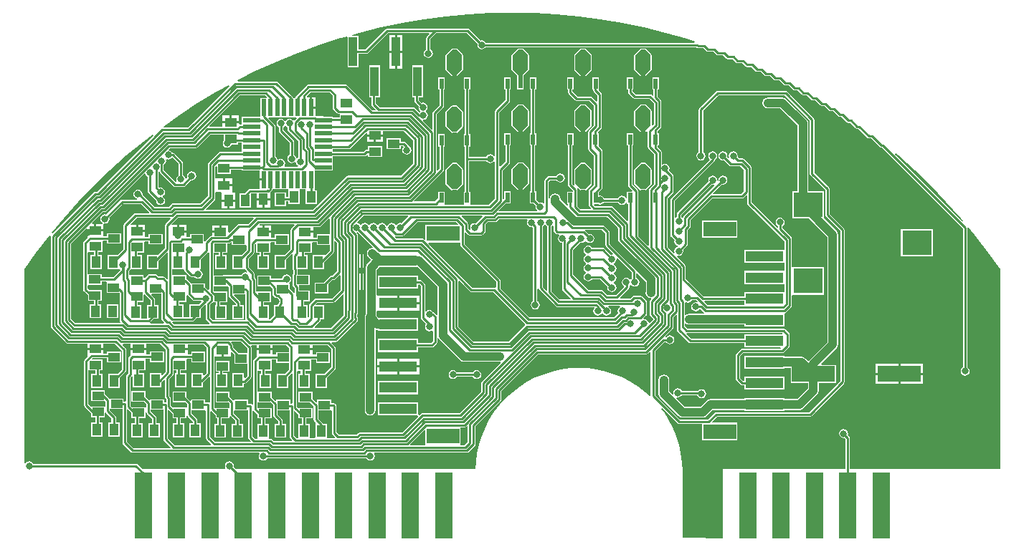
<source format=gbl>
G04*
G04 #@! TF.GenerationSoftware,Altium Limited,Altium Designer,18.1.7 (191)*
G04*
G04 Layer_Physical_Order=2*
G04 Layer_Color=16711680*
%FSLAX44Y44*%
%MOMM*%
G71*
G01*
G75*
%ADD10C,0.2540*%
%ADD16R,1.0200X3.5000*%
%ADD19R,1.4000X1.1000*%
%ADD26R,1.1000X1.4000*%
%ADD28R,4.5000X1.3000*%
%ADD29R,3.9000X1.8000*%
%ADD30R,1.4000X1.0000*%
%ADD37R,2.0000X7.8740*%
%ADD62C,1.0160*%
%ADD63C,0.8000*%
%ADD64R,3.5000X3.0000*%
%ADD65R,0.5500X2.0000*%
%ADD66R,2.0000X0.5500*%
%ADD67R,0.5000X1.2000*%
%ADD68R,0.5000X1.6000*%
%ADD69R,5.0800X1.9000*%
G36*
X929091Y875680D02*
X955176Y874215D01*
X981188Y871776D01*
X1007091Y868365D01*
X1032848Y863989D01*
X1058423Y858653D01*
X1083781Y852364D01*
X1108885Y845131D01*
X1118240Y842053D01*
X1118037Y840783D01*
X871636D01*
X870823Y842000D01*
X869080Y843164D01*
X867024Y843573D01*
X865597Y843289D01*
X852345Y856541D01*
X851505Y857103D01*
X850514Y857300D01*
X755166D01*
X754175Y857103D01*
X753335Y856541D01*
X729453Y832659D01*
X721276D01*
Y848839D01*
X714468D01*
X714291Y850097D01*
X722160Y852364D01*
X747517Y858653D01*
X773092Y863989D01*
X798849Y868365D01*
X824752Y871776D01*
X850764Y874215D01*
X876849Y875680D01*
X902970Y876168D01*
X929091Y875680D01*
D02*
G37*
G36*
X861934Y839627D02*
X861651Y838200D01*
X862060Y836144D01*
X863224Y834400D01*
X864968Y833236D01*
X867024Y832827D01*
X869080Y833236D01*
X870823Y834400D01*
X871627Y835603D01*
X1119946D01*
X1120684Y834865D01*
X1121524Y834304D01*
X1122515Y834107D01*
X1128851D01*
X1132155Y830803D01*
X1132995Y830242D01*
X1133986Y830045D01*
X1140323D01*
X1143626Y826741D01*
X1144466Y826180D01*
X1145457Y825983D01*
X1151794D01*
X1155692Y822084D01*
X1156532Y821523D01*
X1157523Y821326D01*
X1163036D01*
X1166935Y817427D01*
X1167775Y816866D01*
X1168766Y816669D01*
X1174279D01*
X1178178Y812770D01*
X1179018Y812209D01*
X1180009Y812012D01*
X1185522D01*
X1190002Y807532D01*
X1190843Y806970D01*
X1191834Y806773D01*
X1196506D01*
X1200986Y802293D01*
X1201826Y801731D01*
X1202817Y801534D01*
X1207489D01*
X1211970Y797054D01*
X1212810Y796492D01*
X1213801Y796295D01*
X1218473D01*
X1223521Y791247D01*
X1224361Y790686D01*
X1225352Y790489D01*
X1229167D01*
X1234215Y785440D01*
X1235056Y784879D01*
X1236047Y784682D01*
X1239862D01*
X1244910Y779634D01*
X1245750Y779072D01*
X1246741Y778875D01*
X1250556D01*
X1256156Y773276D01*
X1256996Y772714D01*
X1257987Y772517D01*
X1260932D01*
X1266532Y766917D01*
X1267372Y766356D01*
X1268363Y766159D01*
X1271308D01*
X1276908Y760559D01*
X1277748Y759997D01*
X1278739Y759800D01*
X1281684D01*
X1287818Y753666D01*
X1288658Y753105D01*
X1289649Y752908D01*
X1291713D01*
X1297847Y746774D01*
X1298687Y746212D01*
X1299678Y746015D01*
X1301742D01*
X1307876Y739881D01*
X1308716Y739320D01*
X1309707Y739122D01*
X1311770D01*
X1322124Y728769D01*
X1322964Y728207D01*
X1323955Y728010D01*
X1326252D01*
X1336606Y717657D01*
X1337446Y717095D01*
X1338437Y716898D01*
X1339200D01*
X1435050Y621048D01*
Y456938D01*
X1433840Y456129D01*
X1432676Y454386D01*
X1432267Y452330D01*
X1432676Y450274D01*
X1433840Y448531D01*
X1435584Y447366D01*
X1437640Y446957D01*
X1439696Y447366D01*
X1441440Y448531D01*
X1442604Y450274D01*
X1443013Y452330D01*
X1442604Y454386D01*
X1441440Y456129D01*
X1440230Y456938D01*
Y621922D01*
X1440688Y622233D01*
X1441465Y622422D01*
X1449156Y613139D01*
X1465060Y592412D01*
X1478978Y572797D01*
X1478978Y336550D01*
X1301770D01*
Y373470D01*
X1301573Y374461D01*
X1301011Y375301D01*
X1299249Y377063D01*
X1299533Y378490D01*
X1299124Y380546D01*
X1297959Y382290D01*
X1296216Y383454D01*
X1294160Y383863D01*
X1292104Y383454D01*
X1290361Y382290D01*
X1289196Y380546D01*
X1288787Y378490D01*
X1289196Y376434D01*
X1290361Y374691D01*
X1292104Y373526D01*
X1294160Y373117D01*
X1295587Y373401D01*
X1296590Y372397D01*
Y336550D01*
X1151890D01*
Y255512D01*
X1103872D01*
Y334010D01*
X1103873D01*
X1103408Y344657D01*
X1102017Y355223D01*
X1099711Y365628D01*
X1096506Y375792D01*
X1092428Y385638D01*
X1087506Y395092D01*
X1081780Y404080D01*
X1078860Y407886D01*
X1079817Y408725D01*
X1097943Y390599D01*
X1098783Y390037D01*
X1099774Y389840D01*
X1127020D01*
Y370730D01*
X1168560D01*
Y391270D01*
X1139040D01*
X1138554Y392443D01*
X1144841Y398730D01*
X1254497D01*
X1255488Y398927D01*
X1256328Y399489D01*
X1294544Y437705D01*
X1295105Y438545D01*
X1295302Y439536D01*
Y619444D01*
X1295105Y620435D01*
X1294544Y621275D01*
X1277670Y638149D01*
Y667660D01*
X1277473Y668651D01*
X1276911Y669491D01*
X1259586Y686816D01*
Y749914D01*
X1259389Y750905D01*
X1258828Y751745D01*
X1227691Y782881D01*
X1226851Y783443D01*
X1225860Y783640D01*
X1145343D01*
X1144352Y783443D01*
X1143512Y782881D01*
X1123933Y763303D01*
X1123372Y762462D01*
X1123174Y761471D01*
Y711538D01*
X1121965Y710729D01*
X1120800Y708986D01*
X1120391Y706930D01*
X1120800Y704874D01*
X1121965Y703130D01*
X1123708Y701966D01*
X1125764Y701557D01*
X1127821Y701966D01*
X1129564Y703130D01*
X1130728Y704874D01*
X1131137Y706930D01*
X1130728Y708986D01*
X1129564Y710729D01*
X1128354Y711538D01*
Y760399D01*
X1146415Y778460D01*
X1224787D01*
X1254407Y748841D01*
Y685743D01*
X1254604Y684752D01*
X1255165Y683912D01*
X1272490Y666587D01*
Y637077D01*
X1272687Y636086D01*
X1273249Y635246D01*
X1290123Y618372D01*
Y440608D01*
X1253424Y403910D01*
X1143768D01*
X1142777Y403713D01*
X1141937Y403151D01*
X1133915Y395130D01*
X1127238D01*
X1126685Y395020D01*
X1100847D01*
X1071664Y424203D01*
Y476397D01*
X1082066Y486800D01*
X1084370D01*
X1085178Y485591D01*
X1086921Y484426D01*
X1088977Y484017D01*
X1091034Y484426D01*
X1092777Y485591D01*
X1093942Y487334D01*
X1094351Y489390D01*
X1093942Y491446D01*
X1092777Y493190D01*
X1091034Y494354D01*
X1088977Y494763D01*
X1086921Y494354D01*
X1085178Y493190D01*
X1084690Y492460D01*
X1084164Y492490D01*
X1083669Y493791D01*
X1092761Y502883D01*
X1093323Y503723D01*
X1093520Y504715D01*
Y516312D01*
X1096355Y519147D01*
X1097528Y518661D01*
Y501156D01*
X1097726Y500164D01*
X1098287Y499324D01*
X1111562Y486049D01*
X1112402Y485487D01*
X1113394Y485290D01*
X1177020D01*
Y480230D01*
X1219283D01*
X1219962Y478960D01*
X1219882Y478840D01*
X1174335D01*
X1173344Y478643D01*
X1172504Y478081D01*
X1167450Y473027D01*
X1166889Y472187D01*
X1166692Y471196D01*
Y443173D01*
X1166889Y442182D01*
X1167450Y441342D01*
X1172743Y436049D01*
X1173583Y435488D01*
X1174574Y435290D01*
X1177020D01*
Y430230D01*
X1224560D01*
Y445770D01*
X1177020D01*
Y440470D01*
X1175647D01*
X1171871Y444246D01*
Y470123D01*
X1175408Y473660D01*
X1222022D01*
X1223013Y473857D01*
X1223853Y474419D01*
X1229921Y480487D01*
X1230483Y481327D01*
X1230680Y482318D01*
Y495300D01*
X1230483Y496291D01*
X1229921Y497131D01*
X1225041Y502011D01*
X1224201Y502573D01*
X1223210Y502770D01*
X1109824D01*
X1106518Y506076D01*
Y508507D01*
X1107788Y509012D01*
X1109534Y507845D01*
X1112012Y507352D01*
X1177020D01*
Y505230D01*
X1224560D01*
Y520770D01*
X1225546Y521392D01*
X1226386Y521954D01*
X1232511Y528078D01*
X1233072Y528918D01*
X1233270Y529910D01*
Y541505D01*
X1233450Y542700D01*
X1234539Y542700D01*
X1270990D01*
Y575240D01*
X1234539D01*
X1233450Y575240D01*
X1233270Y576435D01*
Y609109D01*
X1233072Y610100D01*
X1232511Y610940D01*
X1221873Y621578D01*
Y624042D01*
X1223083Y624851D01*
X1224247Y626594D01*
X1224656Y628650D01*
X1224247Y630706D01*
X1223083Y632449D01*
X1221339Y633614D01*
X1219283Y634023D01*
X1217227Y633614D01*
X1215484Y632449D01*
X1214319Y630706D01*
X1213910Y628650D01*
X1214319Y626594D01*
X1215484Y624851D01*
X1216693Y624042D01*
Y622675D01*
X1215520Y622189D01*
X1185516Y652194D01*
Y693172D01*
X1185319Y694163D01*
X1184757Y695004D01*
X1176686Y703074D01*
X1175846Y703636D01*
X1174855Y703833D01*
X1170668D01*
X1168998Y705503D01*
X1169281Y706930D01*
X1168873Y708986D01*
X1167708Y710729D01*
X1165965Y711894D01*
X1163908Y712303D01*
X1161852Y711894D01*
X1160109Y710729D01*
X1158944Y708986D01*
X1158535Y706930D01*
X1158883Y705181D01*
X1157813Y704455D01*
X1156765Y705503D01*
X1157048Y706930D01*
X1156639Y708986D01*
X1155475Y710729D01*
X1153731Y711894D01*
X1151675Y712303D01*
X1149619Y711894D01*
X1147876Y710729D01*
X1146711Y708986D01*
X1146302Y706930D01*
X1146711Y704874D01*
X1147876Y703130D01*
X1149619Y701966D01*
X1151675Y701557D01*
X1153102Y701841D01*
X1159341Y695602D01*
X1160181Y695040D01*
X1161172Y694843D01*
X1172204D01*
X1176526Y690521D01*
Y664983D01*
X1173262Y661720D01*
X1140537D01*
X1140051Y662893D01*
X1150248Y673091D01*
X1151675Y672807D01*
X1153731Y673216D01*
X1155475Y674380D01*
X1156639Y676124D01*
X1157048Y678180D01*
X1156639Y680236D01*
X1155475Y681980D01*
X1153731Y683144D01*
X1151675Y683553D01*
X1149619Y683144D01*
X1147876Y681980D01*
X1146711Y680236D01*
X1146302Y678180D01*
X1146468Y677345D01*
X1146186Y677136D01*
X1145036Y677864D01*
X1145099Y678180D01*
X1144690Y680236D01*
X1143525Y681980D01*
X1141782Y683144D01*
X1139726Y683553D01*
X1137669Y683144D01*
X1135926Y681980D01*
X1134762Y680236D01*
X1134352Y678180D01*
X1134636Y676753D01*
X1097789Y639906D01*
X1097227Y639065D01*
X1097030Y638074D01*
Y634594D01*
X1096024Y633891D01*
X1094790Y634289D01*
Y653596D01*
X1141557Y700363D01*
X1142118Y701203D01*
X1142315Y702194D01*
Y702322D01*
X1143525Y703130D01*
X1144690Y704874D01*
X1145099Y706930D01*
X1144690Y708986D01*
X1143525Y710729D01*
X1141782Y711894D01*
X1139726Y712303D01*
X1137669Y711894D01*
X1135926Y710729D01*
X1134762Y708986D01*
X1134352Y706930D01*
X1134762Y704874D01*
X1135926Y703130D01*
X1136022Y702153D01*
X1090369Y656500D01*
X1089807Y655660D01*
X1089610Y654669D01*
Y613210D01*
X1089807Y612219D01*
X1090369Y611379D01*
X1094531Y607217D01*
X1094247Y605790D01*
X1094656Y603734D01*
X1095820Y601991D01*
X1097564Y600826D01*
X1098586Y600622D01*
Y599328D01*
X1097564Y599124D01*
X1095820Y597960D01*
X1094656Y596216D01*
X1094247Y594160D01*
X1094576Y592507D01*
X1093405Y591881D01*
X1086245Y599041D01*
Y650428D01*
X1086245Y650428D01*
Y656796D01*
X1092825Y663375D01*
X1092825Y663375D01*
X1093386Y664215D01*
X1093583Y665206D01*
Y683196D01*
X1093386Y684187D01*
X1092825Y685028D01*
X1088104Y689749D01*
X1088274Y690003D01*
X1088683Y692060D01*
X1088274Y694116D01*
X1087110Y695859D01*
X1085366Y697024D01*
X1083310Y697433D01*
X1081254Y697024D01*
X1080527Y696538D01*
X1079257Y697217D01*
Y711801D01*
X1079059Y712793D01*
X1078498Y713633D01*
X1074900Y717231D01*
Y719180D01*
X1076080D01*
Y733720D01*
X1074900D01*
Y736549D01*
X1078138Y739787D01*
X1078699Y740627D01*
X1078896Y741618D01*
Y771974D01*
X1078699Y772965D01*
X1078138Y773805D01*
X1074900Y777043D01*
Y785160D01*
X1076080D01*
Y799700D01*
X1068540D01*
Y785160D01*
X1069720D01*
Y778372D01*
X1068547Y777886D01*
X1067361Y779071D01*
X1066521Y779633D01*
X1065530Y779830D01*
X1048463D01*
X1044900Y783393D01*
Y785160D01*
X1046080D01*
Y799700D01*
X1038540D01*
Y785160D01*
X1039720D01*
Y782320D01*
X1039917Y781329D01*
X1040479Y780489D01*
X1045559Y775409D01*
X1046399Y774847D01*
X1047390Y774650D01*
X1064457D01*
X1069906Y769201D01*
Y744269D01*
X1068955Y743317D01*
X1067685Y743843D01*
Y759950D01*
X1067685Y759950D01*
X1067282Y760922D01*
X1067282Y760922D01*
X1060782Y767422D01*
X1059810Y767825D01*
X1059810Y767825D01*
X1054810D01*
X1054810Y767825D01*
X1053838Y767422D01*
X1053838Y767422D01*
X1047338Y760922D01*
X1046935Y759950D01*
X1046935Y759950D01*
Y742950D01*
X1046935Y742950D01*
X1047338Y741978D01*
X1047338Y741978D01*
X1053838Y735478D01*
X1054810Y735075D01*
X1054810Y735075D01*
X1059810D01*
X1059810Y735075D01*
X1060782Y735478D01*
X1060782Y735478D01*
X1061709Y736405D01*
X1061936Y736373D01*
X1062940Y735840D01*
Y717550D01*
X1063137Y716559D01*
X1063699Y715719D01*
X1070267Y709150D01*
Y673670D01*
X1064969Y668371D01*
X1064407Y667531D01*
X1064210Y666540D01*
Y601183D01*
X1063037Y600697D01*
X1051756Y611978D01*
Y665333D01*
X1051559Y666325D01*
X1050998Y667165D01*
X1044900Y673263D01*
Y719180D01*
X1046080D01*
Y733720D01*
X1038540D01*
Y719180D01*
X1039720D01*
Y672190D01*
X1039917Y671199D01*
X1040479Y670359D01*
X1044987Y665850D01*
X1044462Y664580D01*
X1038540D01*
Y657002D01*
X1037270Y656652D01*
X1036310Y658089D01*
X1034566Y659254D01*
X1032510Y659663D01*
X1030454Y659254D01*
X1028710Y658089D01*
X1027902Y656880D01*
X1011285D01*
X1010219Y658475D01*
X1008476Y659640D01*
X1006420Y660049D01*
X1006301Y660025D01*
X1005320Y660831D01*
Y663973D01*
X1008941Y667594D01*
X1009503Y668435D01*
X1009700Y669426D01*
Y712280D01*
X1009503Y713271D01*
X1008941Y714111D01*
X1005124Y717928D01*
X1005080Y719180D01*
X1005080D01*
Y733720D01*
X1004119D01*
X1003990Y734990D01*
X1007671Y738671D01*
X1008233Y739511D01*
X1008430Y740502D01*
Y779780D01*
X1008233Y780771D01*
X1007671Y781611D01*
X1004969Y784314D01*
X1005320Y785160D01*
X1005320D01*
Y799700D01*
X997780D01*
Y785160D01*
X998720D01*
Y784310D01*
X998917Y783319D01*
X999479Y782479D01*
X1003250Y778707D01*
Y771742D01*
X1002077Y771256D01*
X996801Y776531D01*
X995961Y777093D01*
X994970Y777290D01*
X980243D01*
X974139Y783393D01*
Y785160D01*
X975320D01*
Y799700D01*
X967780D01*
Y785160D01*
X968960D01*
Y782320D01*
X969157Y781329D01*
X969718Y780489D01*
X977339Y772869D01*
X978179Y772307D01*
X979170Y772110D01*
X993897D01*
X999440Y766567D01*
Y743153D01*
X993479Y737191D01*
X992917Y736351D01*
X992720Y735360D01*
Y715380D01*
X992917Y714389D01*
X993479Y713549D01*
X999440Y707587D01*
Y672903D01*
X993849Y667311D01*
X993287Y666471D01*
X993090Y665480D01*
Y648970D01*
X993287Y647979D01*
X993849Y647139D01*
X995874Y645113D01*
X995388Y643940D01*
X983241D01*
X979900Y647281D01*
Y666780D01*
X979703Y667771D01*
X979409Y668211D01*
X980395Y669020D01*
X983078Y666338D01*
X984050Y665935D01*
X984050Y665935D01*
X989050D01*
X989050Y665935D01*
X990022Y666338D01*
X990022Y666338D01*
X996522Y672838D01*
X996924Y673810D01*
X996924Y673810D01*
Y690810D01*
X996924Y690810D01*
X996522Y691782D01*
X996522Y691782D01*
X990022Y698282D01*
X989050Y698685D01*
X989050Y698685D01*
X984050D01*
X984050Y698685D01*
X983078Y698282D01*
X983078Y698282D01*
X976578Y691782D01*
X976175Y690810D01*
X976175Y690810D01*
Y673810D01*
X976175Y673810D01*
X976578Y672838D01*
X975480Y672273D01*
X973900Y673853D01*
Y719180D01*
X975080D01*
Y733720D01*
X967540D01*
Y719180D01*
X968720D01*
Y672780D01*
X968917Y671789D01*
X969479Y670949D01*
X974577Y665850D01*
X974376Y664580D01*
X967780D01*
Y650040D01*
X968960D01*
Y648468D01*
X967787Y647982D01*
X960244Y655524D01*
Y656112D01*
X959752Y658590D01*
X958348Y660691D01*
X956248Y662094D01*
X953770Y662587D01*
X951292Y662094D01*
X949192Y660691D01*
X947788Y658590D01*
X947470Y656988D01*
X946200Y657113D01*
Y676517D01*
X947813Y678130D01*
X955144D01*
X955952Y676920D01*
X957695Y675756D01*
X959752Y675347D01*
X961808Y675756D01*
X963551Y676920D01*
X964716Y678664D01*
X965125Y680720D01*
X964716Y682776D01*
X963551Y684520D01*
X961808Y685684D01*
X959752Y686093D01*
X957695Y685684D01*
X955952Y684520D01*
X955144Y683310D01*
X946740D01*
X945749Y683113D01*
X944909Y682551D01*
X941779Y679421D01*
X941217Y678581D01*
X941020Y677590D01*
Y650824D01*
X939989Y650452D01*
X939750Y650406D01*
X938046Y651544D01*
X935990Y651954D01*
X934563Y651670D01*
X931300Y654933D01*
Y665080D01*
X930120D01*
Y719180D01*
X931300D01*
Y733720D01*
X930120D01*
Y785160D01*
X931300D01*
Y799700D01*
X923760D01*
Y785160D01*
X924940D01*
Y733720D01*
X923760D01*
Y719180D01*
X924940D01*
Y665080D01*
X923760D01*
Y650540D01*
X928368D01*
X930901Y648007D01*
X930617Y646580D01*
X931026Y644524D01*
X932190Y642781D01*
X932357Y642670D01*
X931971Y641400D01*
X887420D01*
X886934Y642573D01*
X894901Y650540D01*
X901300D01*
Y665080D01*
X893760D01*
Y656724D01*
X892763Y655727D01*
X891590Y656213D01*
Y689807D01*
X899361Y697579D01*
X899923Y698419D01*
X900120Y699410D01*
Y719180D01*
X901300D01*
Y733720D01*
X893760D01*
Y719180D01*
X894940D01*
Y700483D01*
X888953Y694496D01*
X887780Y694982D01*
Y758387D01*
X899361Y769969D01*
X899923Y770809D01*
X900120Y771800D01*
Y785160D01*
X901300D01*
Y799700D01*
X893760D01*
Y785160D01*
X894940D01*
Y772873D01*
X883359Y761291D01*
X882797Y760451D01*
X882600Y759460D01*
Y707014D01*
X881330Y706629D01*
X880836Y707369D01*
X879093Y708534D01*
X877036Y708943D01*
X874980Y708534D01*
X873237Y707369D01*
X872429Y706159D01*
X852204D01*
Y718024D01*
X853384D01*
Y732564D01*
X852204D01*
Y785160D01*
X853384D01*
Y799700D01*
X845844D01*
Y785160D01*
X847024D01*
Y732564D01*
X845844D01*
Y718024D01*
X847024D01*
Y702310D01*
Y664580D01*
X845844D01*
Y650383D01*
X845844Y650040D01*
X845016Y649113D01*
X824212D01*
X823384Y650040D01*
Y664580D01*
X815844D01*
Y657203D01*
X811564Y652923D01*
X787540D01*
X787054Y654096D01*
X821445Y688487D01*
X822007Y689327D01*
X822204Y690318D01*
Y718024D01*
X823384D01*
Y732564D01*
X815844D01*
Y718024D01*
X817024D01*
Y691391D01*
X815014Y689381D01*
X813841Y689867D01*
Y756374D01*
X821445Y763979D01*
X822007Y764819D01*
X822204Y765810D01*
Y785160D01*
X823384D01*
Y799700D01*
X815844D01*
Y785160D01*
X817024D01*
Y766883D01*
X809420Y759278D01*
X808858Y758438D01*
X808661Y757447D01*
Y738711D01*
X807488Y738225D01*
X797285Y748428D01*
X797969Y749541D01*
X799894Y749924D01*
X801637Y751088D01*
X802802Y752832D01*
X803211Y754888D01*
X802802Y756944D01*
X801637Y758688D01*
X800912Y759172D01*
Y760442D01*
X801359Y760741D01*
X802524Y762484D01*
X802933Y764540D01*
X802524Y766596D01*
X801359Y768339D01*
X799616Y769504D01*
X797560Y769913D01*
X796133Y769629D01*
X792838Y772925D01*
Y776300D01*
X797476D01*
Y813839D01*
X784736D01*
Y776300D01*
X787658D01*
Y771852D01*
X787856Y770861D01*
X788417Y770021D01*
X792471Y765967D01*
X792187Y764540D01*
X792596Y762484D01*
X793761Y760741D01*
X794485Y760256D01*
Y758986D01*
X794038Y758688D01*
X793944Y758546D01*
X792680Y758421D01*
X787270Y763831D01*
X786430Y764393D01*
X785439Y764590D01*
X746415D01*
X742038Y768967D01*
Y776300D01*
X746676D01*
Y813839D01*
X733936D01*
Y776300D01*
X736858D01*
Y767894D01*
X737056Y766903D01*
X737617Y766063D01*
X741727Y761953D01*
X741241Y760780D01*
X737673D01*
X707951Y790501D01*
X707111Y791063D01*
X706120Y791260D01*
X662632D01*
X661641Y791063D01*
X660801Y790501D01*
X647709Y777409D01*
X647147Y776569D01*
X646950Y775578D01*
Y775130D01*
X644121D01*
X643933Y776078D01*
X643371Y776918D01*
X625978Y794311D01*
X625138Y794872D01*
X624147Y795070D01*
X579074D01*
X578772Y796340D01*
X599860Y806985D01*
X623606Y817879D01*
X647743Y827877D01*
X672238Y836965D01*
X697055Y845131D01*
X707521Y848147D01*
X708536Y847383D01*
Y811300D01*
X721276D01*
Y827480D01*
X730526D01*
X731517Y827677D01*
X732357Y828238D01*
X756239Y852120D01*
X804499D01*
X804985Y850947D01*
X802079Y848040D01*
X801517Y847200D01*
X801320Y846209D01*
Y832648D01*
X800110Y831840D01*
X798946Y830096D01*
X798537Y828040D01*
X798946Y825984D01*
X800110Y824240D01*
X801854Y823076D01*
X803910Y822667D01*
X805966Y823076D01*
X807710Y824240D01*
X808874Y825984D01*
X809283Y828040D01*
X808874Y830096D01*
X807710Y831840D01*
X806500Y832648D01*
Y845136D01*
X813484Y852120D01*
X849441D01*
X861934Y839627D01*
D02*
G37*
G36*
X690830Y778302D02*
Y763665D01*
X691027Y762674D01*
X691589Y761834D01*
X695794Y757629D01*
X696634Y757067D01*
X697625Y756870D01*
X698115D01*
X699120Y756230D01*
Y752050D01*
X691310D01*
Y753380D01*
X681167D01*
X681031Y753471D01*
X680040Y753668D01*
X671467D01*
X670830Y754093D01*
Y762590D01*
X665540D01*
Y763860D01*
X664270D01*
Y776400D01*
X660250D01*
X660130Y777620D01*
Y777836D01*
X664564Y782270D01*
X686862D01*
X690830Y778302D01*
D02*
G37*
G36*
X648335Y751417D02*
X645728Y748809D01*
X644221Y748779D01*
X643879Y749289D01*
X642136Y750454D01*
X640080Y750863D01*
X638024Y750454D01*
X636281Y749289D01*
X635764Y748516D01*
X634236D01*
X633719Y749289D01*
X631976Y750454D01*
X629920Y750863D01*
X627864Y750454D01*
X626120Y749289D01*
X624956Y747546D01*
X624547Y745490D01*
X624956Y743434D01*
X626120Y741691D01*
X627330Y740882D01*
Y736600D01*
X627527Y735609D01*
X628089Y734769D01*
X640030Y722827D01*
Y708171D01*
X638845Y707380D01*
X637681Y705636D01*
X637272Y703580D01*
X637681Y701524D01*
X638845Y699781D01*
X640589Y698616D01*
X642645Y698207D01*
X644701Y698616D01*
X646177Y699602D01*
X647164Y699349D01*
X647535Y699126D01*
X647816Y697714D01*
X648980Y695971D01*
X650044Y695260D01*
X649659Y693990D01*
X634688D01*
X634009Y695260D01*
X634426Y695884D01*
X634835Y697940D01*
X634426Y699996D01*
X633261Y701740D01*
X631518Y702904D01*
X629462Y703313D01*
X627405Y702904D01*
X626885Y702557D01*
X625474Y703141D01*
X625306Y703986D01*
X624141Y705729D01*
X623430Y706205D01*
Y741870D01*
X623233Y742861D01*
X622671Y743701D01*
X614956Y751417D01*
X615442Y752590D01*
X647849D01*
X648335Y751417D01*
D02*
G37*
G36*
X613170Y776303D02*
X612684Y775130D01*
X605520D01*
Y753380D01*
X583770D01*
Y743950D01*
X581425D01*
X581383Y743941D01*
X580113Y744949D01*
Y745330D01*
X570573D01*
X561033D01*
Y741150D01*
X545634D01*
X545148Y742323D01*
X581285Y778460D01*
X611013D01*
X613170Y776303D01*
D02*
G37*
G36*
X568876Y789540D02*
X519795Y740460D01*
X491449D01*
X491045Y741730D01*
X509436Y754779D01*
X531293Y769090D01*
X553671Y782574D01*
X568112Y790555D01*
X568876Y789540D01*
D02*
G37*
G36*
X1066310Y759950D02*
Y742950D01*
X1059810Y736450D01*
X1054810D01*
X1048310Y742950D01*
Y759950D01*
X1054810Y766450D01*
X1059810D01*
X1066310Y759950D01*
D02*
G37*
G36*
X785801Y725646D02*
Y697885D01*
X771319Y683403D01*
X708777D01*
X707786Y683206D01*
X706946Y682644D01*
X667398Y643096D01*
X541228D01*
X540742Y644269D01*
X551741Y655269D01*
X552303Y656109D01*
X552500Y657100D01*
Y663156D01*
X553070Y664190D01*
X553770Y664190D01*
X558788D01*
X559810Y663590D01*
X559810Y662920D01*
Y655320D01*
X567850D01*
X575890D01*
Y663590D01*
X573172D01*
X572150Y664190D01*
X572150Y664860D01*
Y670960D01*
X562610D01*
Y672230D01*
X561340D01*
Y680270D01*
X553770D01*
X553070Y680270D01*
X552500Y681304D01*
Y694224D01*
X553070Y694669D01*
X554340Y694049D01*
Y685460D01*
X570880D01*
Y690770D01*
X583770D01*
Y689340D01*
X604250D01*
Y680130D01*
X609540D01*
Y677590D01*
X604250D01*
Y668070D01*
X593408D01*
X592417Y667873D01*
X591577Y667311D01*
X586586Y662320D01*
X581080D01*
Y645780D01*
X594620D01*
Y662320D01*
X595654Y662890D01*
X600932D01*
Y656782D01*
X608971D01*
X617011D01*
Y663569D01*
X617131Y663649D01*
X617468Y664153D01*
X617973Y664491D01*
X619371Y665889D01*
X619933Y666729D01*
X620104Y667590D01*
X638706D01*
X638710Y666322D01*
X638710Y666320D01*
Y658702D01*
X635742D01*
Y663782D01*
X622201D01*
Y647242D01*
X635742D01*
Y653523D01*
X638710D01*
Y649782D01*
X652250D01*
Y666320D01*
X652250Y666322D01*
X652254Y667590D01*
X658706D01*
X658710Y666322D01*
X658710D01*
Y649782D01*
X672250D01*
Y666322D01*
X669564D01*
X669560Y667590D01*
X669560D01*
Y689340D01*
X691310D01*
Y697340D01*
Y706770D01*
X728573D01*
X729564Y706967D01*
X730404Y707529D01*
X731300Y708425D01*
X732570Y707899D01*
Y705590D01*
X749110D01*
Y718130D01*
X732570D01*
Y714450D01*
X731072D01*
X730081Y714252D01*
X729241Y713691D01*
X727500Y711950D01*
X691310D01*
Y714770D01*
X709850D01*
X710841Y714967D01*
X711681Y715529D01*
X730127Y733975D01*
X731300Y733488D01*
Y732130D01*
X740840D01*
X750380D01*
Y736550D01*
X774897D01*
X785801Y725646D01*
D02*
G37*
G36*
X636281Y741691D02*
X637490Y740882D01*
Y738386D01*
X637687Y737394D01*
X638249Y736554D01*
X650124Y724679D01*
Y704557D01*
X649079Y703792D01*
X648261Y704001D01*
X647890Y704224D01*
X647609Y705636D01*
X646444Y707380D01*
X645210Y708204D01*
Y723900D01*
X645013Y724891D01*
X644451Y725731D01*
X632510Y737673D01*
Y740882D01*
X633719Y741691D01*
X634236Y742464D01*
X635764D01*
X636281Y741691D01*
D02*
G37*
G36*
X509220Y697359D02*
Y684058D01*
X508010Y683250D01*
X506846Y681506D01*
X506437Y679450D01*
X506846Y677394D01*
X506201Y676073D01*
X505453Y675986D01*
X491540Y689899D01*
Y696432D01*
X492749Y697241D01*
X493914Y698984D01*
X494323Y701040D01*
X494134Y701990D01*
X494283Y702230D01*
X495235Y702967D01*
X496849Y702646D01*
X498905Y703055D01*
X500648Y704220D01*
X500778Y704413D01*
X502041Y704538D01*
X509220Y697359D01*
D02*
G37*
G36*
X562303Y725172D02*
X561456Y723905D01*
X561047Y721849D01*
X561456Y719792D01*
X562621Y718049D01*
X564364Y716884D01*
X566420Y716475D01*
X568476Y716884D01*
X570219Y718049D01*
X571384Y719792D01*
X571392Y719830D01*
X578843D01*
Y722770D01*
X583770D01*
Y711950D01*
X558260D01*
X557269Y711753D01*
X556429Y711191D01*
X544269Y699031D01*
X543707Y698191D01*
X543510Y697200D01*
Y659751D01*
X534476Y650716D01*
X502422D01*
X501431Y650519D01*
X500591Y649958D01*
X497528Y646895D01*
X480717D01*
X466297Y661315D01*
X466383Y661746D01*
X465974Y663802D01*
X464809Y665545D01*
X463066Y666710D01*
X461010Y667119D01*
X458954Y666710D01*
X457211Y665545D01*
X456046Y663802D01*
X455637Y661746D01*
X456046Y659690D01*
X457211Y657946D01*
X458954Y656782D01*
X459667Y656640D01*
X459542Y655370D01*
X442547D01*
X441556Y655173D01*
X440716Y654611D01*
X423496Y637391D01*
X422069Y637675D01*
X420013Y637266D01*
X418270Y636101D01*
X417105Y634358D01*
X416696Y632302D01*
X417105Y630245D01*
X418270Y628502D01*
X419604Y627610D01*
X419219Y626340D01*
X411910D01*
Y620070D01*
X420180D01*
Y626009D01*
X421129Y627115D01*
X422069Y626928D01*
X424125Y627337D01*
X425868Y628502D01*
X427033Y630245D01*
X427442Y632302D01*
X427158Y633728D01*
X443620Y650190D01*
X464709D01*
X474451Y640449D01*
X473965Y639275D01*
X458468D01*
X457477Y639078D01*
X456637Y638517D01*
X444865Y626745D01*
X444303Y625905D01*
X444106Y624914D01*
Y596712D01*
X436947Y589553D01*
X425164D01*
Y573013D01*
X438704D01*
Y573013D01*
X439853Y572955D01*
X440023Y571472D01*
X431821Y563270D01*
X418455D01*
Y566950D01*
X401915D01*
X401726Y568142D01*
Y592527D01*
X402370Y593530D01*
X409384D01*
Y589553D01*
X405164D01*
Y573013D01*
X418704D01*
Y589553D01*
X414563D01*
Y593530D01*
X418910D01*
Y606070D01*
X419915Y606710D01*
X424370D01*
Y603030D01*
X440910D01*
Y615570D01*
X424370D01*
Y611890D01*
X420180D01*
Y617530D01*
X410640D01*
X401100D01*
Y611260D01*
X401100D01*
X401576Y609990D01*
X397305Y605719D01*
X396743Y604879D01*
X396546Y603888D01*
Y548738D01*
X396743Y547747D01*
X397305Y546907D01*
X401915Y542297D01*
Y535410D01*
X409384D01*
Y531467D01*
X403934D01*
Y514927D01*
X417474D01*
Y531467D01*
X414563D01*
Y535410D01*
X418455D01*
Y547950D01*
X403587D01*
X401726Y549811D01*
Y553218D01*
X401915Y554410D01*
X418455D01*
Y558090D01*
X422910D01*
X423915Y557450D01*
Y544910D01*
X439135D01*
Y513154D01*
X439332Y512163D01*
X439893Y511323D01*
X440652Y510565D01*
X440166Y509392D01*
X387081D01*
X382320Y514153D01*
Y603176D01*
X399927Y620784D01*
X401100Y620297D01*
Y620070D01*
X409370D01*
Y626340D01*
X407143D01*
X406657Y627513D01*
X419650Y640506D01*
X421757D01*
X422748Y640703D01*
X423588Y641265D01*
X468491Y686168D01*
X469869Y685750D01*
X470016Y685014D01*
X471180Y683270D01*
X472390Y682462D01*
Y664912D01*
X472587Y663921D01*
X473149Y663081D01*
X482338Y653891D01*
X482716Y651994D01*
X483881Y650250D01*
X485624Y649086D01*
X487680Y648677D01*
X489736Y649086D01*
X491479Y650250D01*
X492644Y651994D01*
X493053Y654050D01*
X492644Y656106D01*
X491479Y657850D01*
X490706Y658366D01*
Y659894D01*
X491479Y660411D01*
X492644Y662154D01*
X493053Y664210D01*
X492644Y666266D01*
X491479Y668009D01*
X489736Y669174D01*
X487680Y669583D01*
X486253Y669299D01*
X484995Y670558D01*
Y687745D01*
X485004Y687769D01*
X485247Y687910D01*
X486557Y687835D01*
X487119Y686995D01*
X501575Y672539D01*
X503035Y671079D01*
X503875Y670517D01*
X504866Y670320D01*
X514519D01*
X515510Y670517D01*
X516350Y671079D01*
X523382Y678111D01*
X524510Y677887D01*
X526566Y678296D01*
X528310Y679461D01*
X529474Y681204D01*
X529883Y683260D01*
X529474Y685316D01*
X528310Y687059D01*
X526566Y688224D01*
X524510Y688633D01*
X522454Y688224D01*
X520710Y687059D01*
X519546Y685316D01*
X519137Y683260D01*
X519480Y681534D01*
X518299Y680352D01*
X516921Y680770D01*
X516774Y681506D01*
X515610Y683250D01*
X514400Y684058D01*
Y698431D01*
X514203Y699423D01*
X513641Y700263D01*
X504053Y709850D01*
X503213Y710412D01*
X502222Y710609D01*
X501457D01*
X500648Y711819D01*
X498905Y712983D01*
X497402Y713282D01*
X496928Y714605D01*
X498554Y716230D01*
X529195D01*
X530186Y716427D01*
X531026Y716989D01*
X546088Y732050D01*
X562303D01*
Y725172D01*
D02*
G37*
G36*
X995550Y690810D02*
Y673810D01*
X989050Y667310D01*
X984050D01*
X977550Y673810D01*
Y690810D01*
X984050Y697310D01*
X989050D01*
X995550Y690810D01*
D02*
G37*
G36*
X873237Y699770D02*
X874980Y698605D01*
X877036Y698196D01*
X879093Y698605D01*
X880836Y699770D01*
X881330Y700510D01*
X882600Y700125D01*
Y656341D01*
X875372Y649113D01*
X854212D01*
X853384Y650040D01*
X853384Y650383D01*
Y664580D01*
X852204D01*
Y700980D01*
X872429D01*
X873237Y699770D01*
D02*
G37*
G36*
X1038540Y651577D02*
Y650040D01*
X1039720D01*
Y630078D01*
X1038547Y629592D01*
X1021148Y646991D01*
X1020308Y647553D01*
X1019317Y647750D01*
X1000563D01*
X999446Y648867D01*
X999932Y650040D01*
X1003871D01*
X1004363Y649711D01*
X1006420Y649302D01*
X1008476Y649711D01*
X1010219Y650876D01*
X1010770Y651700D01*
X1027902D01*
X1028710Y650490D01*
X1030454Y649325D01*
X1032510Y648916D01*
X1034566Y649325D01*
X1036310Y650490D01*
X1037270Y651928D01*
X1038540Y651577D01*
D02*
G37*
G36*
X1139726Y672807D02*
X1141121Y673084D01*
X1141747Y671914D01*
X1105239Y635406D01*
X1104677Y634566D01*
X1104609Y634225D01*
X1104068Y633995D01*
X1103238Y633841D01*
X1102210Y634528D01*
Y637002D01*
X1138299Y673091D01*
X1139726Y672807D01*
D02*
G37*
G36*
X1358657Y707088D02*
X1378137Y689679D01*
X1396953Y671553D01*
X1415079Y652737D01*
X1432488Y633257D01*
X1435024Y630196D01*
X1434084Y629339D01*
X1354729Y708694D01*
X1355584Y709633D01*
X1358657Y707088D01*
D02*
G37*
G36*
X867604Y635140D02*
X859869Y627405D01*
X858520Y627673D01*
X856464Y627264D01*
X854721Y626100D01*
X853556Y624356D01*
X853147Y622300D01*
X853513Y620459D01*
X853390Y619982D01*
X852812Y619072D01*
X852511Y619027D01*
X850705Y620833D01*
Y626355D01*
X850508Y627346D01*
X849947Y628186D01*
X842992Y635140D01*
X843479Y636313D01*
X867118D01*
X867604Y635140D01*
D02*
G37*
G36*
X780068D02*
X772317Y627389D01*
X770890Y627673D01*
X768834Y627264D01*
X767091Y626100D01*
X766574Y625326D01*
X765046D01*
X764529Y626100D01*
X762786Y627264D01*
X760730Y627673D01*
X758674Y627264D01*
X756930Y626100D01*
X755766Y624356D01*
X755662Y623837D01*
X754368D01*
X754264Y624356D01*
X753100Y626100D01*
X751356Y627264D01*
X749300Y627673D01*
X747244Y627264D01*
X745500Y626100D01*
X744984Y625326D01*
X743456D01*
X742940Y626100D01*
X741196Y627264D01*
X739140Y627673D01*
X737084Y627264D01*
X735340Y626100D01*
X734824Y625326D01*
X733296D01*
X732779Y626100D01*
X731036Y627264D01*
X728980Y627673D01*
X726924Y627264D01*
X725181Y626100D01*
X724753Y625459D01*
X723483D01*
X723029Y626137D01*
X721286Y627302D01*
X720208Y627516D01*
X719790Y628894D01*
X727209Y636313D01*
X779581D01*
X780068Y635140D01*
D02*
G37*
G36*
X597678Y632933D02*
X591268Y626523D01*
X580477D01*
X579486Y626326D01*
X578646Y625765D01*
X568936Y616054D01*
X567762Y616540D01*
Y624810D01*
X559492D01*
Y617270D01*
X558223D01*
Y616000D01*
X548683D01*
Y612320D01*
X547810D01*
X546819Y612123D01*
X545979Y611562D01*
X540459Y606041D01*
X540108Y605517D01*
X538838Y605891D01*
Y614420D01*
X522298D01*
Y610740D01*
X518108D01*
Y616380D01*
X508568D01*
Y617650D01*
X507298D01*
Y625190D01*
X500972D01*
X500486Y626363D01*
X508229Y634106D01*
X597192D01*
X597678Y632933D01*
D02*
G37*
G36*
X479501Y731443D02*
X412794Y664736D01*
X410686D01*
X409695Y664539D01*
X408855Y663977D01*
X360448Y615570D01*
X359508Y616426D01*
X373452Y633257D01*
X390861Y652737D01*
X408987Y671553D01*
X427803Y689679D01*
X447283Y707088D01*
X467401Y723756D01*
X478663Y732398D01*
X479501Y731443D01*
D02*
G37*
G36*
X921479Y631140D02*
X920866Y630223D01*
X920457Y628166D01*
X920866Y626110D01*
X922030Y624367D01*
X923774Y623202D01*
X925830Y622793D01*
X926235Y622874D01*
X927492Y621829D01*
Y535174D01*
X926282Y534366D01*
X925117Y532623D01*
X924708Y530567D01*
X925117Y528511D01*
X926282Y526767D01*
X928025Y525602D01*
X930082Y525193D01*
X932138Y525602D01*
X933881Y526767D01*
X935046Y528511D01*
X935455Y530567D01*
X935046Y532623D01*
X933881Y534366D01*
X932671Y535174D01*
Y549511D01*
X933935Y549669D01*
X934496Y548828D01*
X954296Y529029D01*
X955136Y528467D01*
X956127Y528270D01*
X999458D01*
X999792Y527683D01*
X999979Y527000D01*
X998923Y525421D01*
X998514Y523364D01*
X998923Y521308D01*
X1000088Y519565D01*
X1001831Y518400D01*
X1003887Y517991D01*
X1005944Y518400D01*
X1007687Y519565D01*
X1008366Y520581D01*
X1009893D01*
X1010572Y519565D01*
X1012316Y518400D01*
X1014372Y517991D01*
X1016428Y518400D01*
X1018171Y519565D01*
X1019336Y521308D01*
X1019745Y523364D01*
X1019336Y525421D01*
X1018171Y527164D01*
X1016516Y528270D01*
X1016504Y528363D01*
X1017260Y529540D01*
X1029739D01*
X1030125Y528270D01*
X1028931Y527473D01*
X1027766Y525730D01*
X1027357Y523673D01*
X1027766Y521617D01*
X1028197Y520974D01*
X1023013Y515790D01*
X923165D01*
X889050Y549905D01*
Y559517D01*
X888853Y560508D01*
X888291Y561348D01*
X846895Y602745D01*
Y615658D01*
X848068Y616144D01*
X850529Y613683D01*
X851370Y613122D01*
X852361Y612925D01*
X866434D01*
X867425Y613122D01*
X868265Y613683D01*
X870511Y615930D01*
X871073Y616770D01*
X871270Y617761D01*
Y626092D01*
X873871Y628693D01*
X882757D01*
X883748Y628890D01*
X884589Y629452D01*
X887547Y632410D01*
X920800D01*
X921479Y631140D01*
D02*
G37*
G36*
X839176Y626243D02*
X838690Y625070D01*
X800432D01*
Y608240D01*
X799259Y607754D01*
X798494Y608519D01*
X797653Y609080D01*
X796662Y609277D01*
X765985D01*
X764258Y611005D01*
X764883Y612175D01*
X765310Y612090D01*
X773430D01*
X774421Y612287D01*
X775261Y612849D01*
X791106Y628693D01*
X836726D01*
X839176Y626243D01*
D02*
G37*
G36*
X687240Y632402D02*
Y614040D01*
X672020D01*
Y610360D01*
X667830D01*
Y616000D01*
X658290D01*
Y618540D01*
X667830D01*
Y622624D01*
X674730D01*
X675721Y622821D01*
X676561Y623382D01*
X686067Y632888D01*
X687240Y632402D01*
D02*
G37*
G36*
X1013050Y615435D02*
Y601326D01*
X1013247Y600335D01*
X1013809Y599495D01*
X1022059Y591245D01*
X1021433Y590075D01*
X1020654Y590230D01*
X1019220Y589944D01*
X1011730Y597434D01*
X1010889Y597996D01*
X1009898Y598193D01*
X997109D01*
X996301Y599403D01*
X994557Y600567D01*
X992501Y600976D01*
X990445Y600567D01*
X988702Y599403D01*
X987537Y597659D01*
X987128Y595603D01*
X987537Y593547D01*
X988702Y591804D01*
X990001Y590935D01*
X990009Y590916D01*
Y589543D01*
X990001Y589524D01*
X988702Y588656D01*
X987537Y586913D01*
X987128Y584856D01*
X987537Y582800D01*
X988702Y581057D01*
X989951Y580222D01*
Y578794D01*
X988702Y577959D01*
X987537Y576216D01*
X987128Y574160D01*
X987537Y572104D01*
X988702Y570360D01*
X989565Y569784D01*
Y568256D01*
X988702Y567679D01*
X987537Y565936D01*
X987128Y563880D01*
X987537Y561824D01*
X988702Y560080D01*
X990445Y558916D01*
X992501Y558507D01*
X994557Y558916D01*
X996301Y560080D01*
X997109Y561290D01*
X1006506D01*
X1015502Y552294D01*
X1015281Y551180D01*
X1015690Y549124D01*
X1016854Y547380D01*
X1018597Y546216D01*
X1020654Y545807D01*
X1022710Y546216D01*
X1024453Y547380D01*
X1025618Y549124D01*
X1026027Y551180D01*
X1025618Y553236D01*
X1024453Y554980D01*
X1022710Y556144D01*
X1022561Y556174D01*
Y557469D01*
X1022710Y557498D01*
X1024453Y558663D01*
X1025618Y560406D01*
X1026027Y562463D01*
X1025618Y564519D01*
X1024453Y566262D01*
X1022785Y567377D01*
X1022710Y567966D01*
Y568118D01*
X1022785Y568707D01*
X1024453Y569822D01*
X1025618Y571565D01*
X1026027Y573621D01*
X1025618Y575678D01*
X1024453Y577421D01*
X1022710Y578586D01*
X1022681Y578591D01*
Y579886D01*
X1022710Y579892D01*
X1024453Y581057D01*
X1025618Y582800D01*
X1026027Y584856D01*
X1025872Y585636D01*
X1027042Y586261D01*
X1043880Y569424D01*
Y561224D01*
X1043466Y560604D01*
X1041938D01*
X1041494Y561268D01*
X1039751Y562433D01*
X1037695Y562842D01*
X1035639Y562433D01*
X1033895Y561268D01*
X1032731Y559525D01*
X1032322Y557469D01*
X1032731Y555412D01*
X1033895Y553669D01*
X1034795Y553068D01*
X1034920Y551804D01*
X1025455Y542340D01*
X1015223D01*
X1009632Y547931D01*
X1008792Y548493D01*
X1007801Y548690D01*
X992497D01*
X974458Y566729D01*
Y595706D01*
X982823Y604071D01*
X984250Y603787D01*
X986306Y604196D01*
X988049Y605361D01*
X988640Y606244D01*
X990167D01*
X990758Y605361D01*
X992501Y604196D01*
X994557Y603787D01*
X996614Y604196D01*
X998357Y605361D01*
X999522Y607104D01*
X999931Y609160D01*
X999522Y611216D01*
X998357Y612960D01*
X996614Y614124D01*
X994557Y614533D01*
X993130Y614249D01*
X988940Y618440D01*
X989057Y619094D01*
X989405Y619710D01*
X1008775D01*
X1013050Y615435D01*
D02*
G37*
G36*
X499720Y632923D02*
X493387Y626590D01*
X492826Y625750D01*
X492629Y624758D01*
Y597782D01*
X484399Y589553D01*
X471860D01*
Y573013D01*
X485400D01*
Y583229D01*
X495265Y593094D01*
X496439Y592608D01*
Y561491D01*
X495265Y561005D01*
X492905Y563365D01*
X492065Y563927D01*
X491074Y564124D01*
X485133D01*
X483161Y566095D01*
X482321Y566657D01*
X481330Y566854D01*
X474648D01*
X473657Y566657D01*
X472817Y566095D01*
X469073Y562352D01*
X467803Y562589D01*
Y565864D01*
X451263D01*
X450527Y566829D01*
Y570966D01*
X452337Y572776D01*
X452496Y573013D01*
X465400D01*
Y589553D01*
X461136D01*
Y592650D01*
X468316D01*
Y605190D01*
X469321Y605830D01*
X473776D01*
Y602150D01*
X490316D01*
Y614690D01*
X473776D01*
Y611010D01*
X469586D01*
Y616650D01*
X460046D01*
Y617920D01*
X458776D01*
Y625460D01*
X452564D01*
X452078Y626633D01*
X459541Y634096D01*
X499234D01*
X499720Y632923D01*
D02*
G37*
G36*
X645930Y625313D02*
X642059Y621442D01*
X641497Y620602D01*
X641300Y619611D01*
Y596824D01*
X634029Y589553D01*
X622060D01*
Y573013D01*
X635600D01*
Y583799D01*
X642948Y591147D01*
X643935Y590338D01*
X643927Y590326D01*
X643730Y589335D01*
Y573231D01*
X643927Y572240D01*
X644030Y572086D01*
Y567636D01*
X643777Y567258D01*
X643580Y566267D01*
Y554162D01*
X643777Y553172D01*
X644339Y552331D01*
X645778Y550892D01*
Y545302D01*
X644508Y544916D01*
X644191Y545391D01*
X640300Y549282D01*
Y555714D01*
X639924D01*
X639538Y556984D01*
X640370Y557541D01*
X641535Y559284D01*
X641944Y561340D01*
X641535Y563396D01*
X640370Y565140D01*
X638627Y566304D01*
X636571Y566713D01*
X634515Y566304D01*
X632771Y565140D01*
X631607Y563396D01*
X631236Y561534D01*
X618300D01*
Y565215D01*
X601760D01*
Y552675D01*
X617097D01*
X619900Y549871D01*
Y543392D01*
X620097Y542401D01*
X620659Y541561D01*
X622841Y539379D01*
X623681Y538817D01*
X624672Y538620D01*
X625396D01*
X627710Y536306D01*
Y533034D01*
X626736Y532059D01*
X626175Y531219D01*
X625980Y530240D01*
X621986D01*
Y518862D01*
X617037Y513914D01*
X615526D01*
Y530240D01*
X610116D01*
Y533674D01*
X618300D01*
Y546214D01*
X601760D01*
X600717Y546762D01*
X600407Y546969D01*
Y560162D01*
X600210Y561153D01*
X599649Y561993D01*
X598381Y563261D01*
Y567802D01*
X598184Y568793D01*
X597623Y569633D01*
X596102Y571154D01*
X596034Y571199D01*
X591870Y575364D01*
Y585437D01*
X597623Y591190D01*
X598184Y592030D01*
X598381Y593022D01*
Y602227D01*
X599486Y603331D01*
X600756Y602805D01*
Y592000D01*
X604936D01*
Y589553D01*
X602060D01*
Y573013D01*
X615600D01*
Y589553D01*
X610116D01*
Y592000D01*
X617296D01*
Y603910D01*
X617296Y604540D01*
X618301Y605181D01*
X622756D01*
Y601500D01*
X639296D01*
Y614040D01*
X622756D01*
Y610360D01*
X618566D01*
Y616000D01*
X609026D01*
Y617270D01*
X607756D01*
Y624810D01*
X604934D01*
X604296Y626080D01*
X604599Y626487D01*
X645444D01*
X645930Y625313D01*
D02*
G37*
G36*
X1180336Y659809D02*
Y651121D01*
X1180533Y650130D01*
X1181095Y649290D01*
X1224280Y606105D01*
Y595770D01*
X1177020D01*
Y580230D01*
X1224280D01*
Y570770D01*
X1177020D01*
Y555230D01*
X1224280D01*
Y545770D01*
X1177020D01*
Y540470D01*
X1128652D01*
X1111637Y557485D01*
X1111637Y557485D01*
X1107829Y561294D01*
Y576385D01*
X1107631Y577376D01*
X1107070Y578217D01*
X1097342Y587945D01*
X1097967Y589115D01*
X1099620Y588787D01*
X1101676Y589196D01*
X1103419Y590360D01*
X1104584Y592104D01*
X1104993Y594160D01*
X1104709Y595587D01*
X1109660Y600537D01*
X1110221Y601377D01*
X1110418Y602369D01*
Y619605D01*
X1112711Y621898D01*
X1113273Y622738D01*
X1113470Y623729D01*
Y630924D01*
X1139086Y656540D01*
X1174335D01*
X1175326Y656737D01*
X1176167Y657299D01*
X1179163Y660295D01*
X1180336Y659809D01*
D02*
G37*
G36*
X696206Y604151D02*
Y570792D01*
X690474Y565060D01*
X689465D01*
X688474Y564862D01*
X687634Y564301D01*
X680318Y556984D01*
X669440D01*
Y544445D01*
X685980D01*
Y555322D01*
X690538Y559880D01*
X691547D01*
X692538Y560077D01*
X693378Y560639D01*
X698843Y566104D01*
X700016Y565617D01*
Y548283D01*
X690263Y538530D01*
X671360D01*
X670369Y538333D01*
X669529Y537771D01*
X663419Y531661D01*
X662857Y530821D01*
X662660Y529830D01*
Y516133D01*
X662400Y515959D01*
X661130Y516638D01*
Y530240D01*
X656800D01*
Y534944D01*
X663980D01*
Y547484D01*
X650958D01*
Y551964D01*
X650817Y552675D01*
X651318Y553591D01*
X651627Y553945D01*
X663980D01*
Y566485D01*
X649400D01*
X649210Y566717D01*
Y572931D01*
X649277Y573013D01*
X661130D01*
Y589553D01*
X658070D01*
Y592000D01*
X666560D01*
Y604540D01*
X667565Y605181D01*
X672020D01*
Y601500D01*
X687240D01*
Y594810D01*
X682321Y589891D01*
X681130Y589553D01*
Y589553D01*
X681130Y589553D01*
X667590D01*
Y573013D01*
X681130D01*
Y581375D01*
X691661Y591906D01*
X692223Y592746D01*
X692420Y593737D01*
Y606278D01*
X693593Y606764D01*
X696206Y604151D01*
D02*
G37*
G36*
X571953Y604956D02*
Y601500D01*
X588492D01*
X589230Y600536D01*
Y595558D01*
X583226Y589553D01*
X572453D01*
Y573013D01*
X585993D01*
X585993Y573013D01*
X587192Y572844D01*
X587449Y572460D01*
X589696Y570213D01*
X589070Y569042D01*
X588010Y569253D01*
X585954Y568844D01*
X584211Y567679D01*
X583402Y566470D01*
X563158D01*
X562167Y566273D01*
X561327Y565711D01*
X560830Y565215D01*
X550318D01*
Y592000D01*
X556633D01*
Y589553D01*
X552453D01*
Y573013D01*
X565993D01*
Y589553D01*
X561812D01*
Y592000D01*
X566493D01*
Y603331D01*
X567853D01*
X568844Y603528D01*
X569684Y604089D01*
X570682Y605088D01*
X571953Y604956D01*
D02*
G37*
G36*
X544861Y592626D02*
X545139Y592426D01*
Y548932D01*
X543965Y548446D01*
X540670Y551741D01*
X539968Y552210D01*
Y556180D01*
X523533D01*
X523359Y556440D01*
X518558Y561241D01*
X517968Y561635D01*
Y565680D01*
X501618D01*
Y573013D01*
X515068D01*
X515967Y572118D01*
X516144Y571229D01*
X516706Y570388D01*
X522505Y564589D01*
X523345Y564027D01*
X524337Y563830D01*
X527862D01*
X528330Y563129D01*
X530074Y561964D01*
X532130Y561555D01*
X534186Y561964D01*
X535929Y563129D01*
X537094Y564872D01*
X537503Y566928D01*
X537094Y568984D01*
X535929Y570728D01*
X534409Y571743D01*
X534539Y572802D01*
X534620Y573013D01*
X535068D01*
Y584105D01*
X543869Y592905D01*
X544861Y592626D01*
D02*
G37*
G36*
X568093Y552062D02*
Y541904D01*
X568290Y540913D01*
X568851Y540073D01*
X576519Y532406D01*
Y530240D01*
X572453D01*
Y513700D01*
X585993D01*
Y530240D01*
X581698D01*
Y533478D01*
X581501Y534469D01*
X580940Y535309D01*
X574345Y541904D01*
X574871Y543175D01*
X587608D01*
Y515139D01*
X587805Y514147D01*
X588117Y513679D01*
X587598Y512409D01*
X549796D01*
X546508Y515697D01*
Y531057D01*
X548812Y533361D01*
X549953Y533674D01*
X549953Y533674D01*
Y533674D01*
X549953Y533674D01*
X552863D01*
Y530240D01*
X552453D01*
Y513700D01*
X565993D01*
Y530240D01*
X558042D01*
Y533674D01*
X566493D01*
Y546214D01*
X551585D01*
X550318Y547481D01*
Y552675D01*
X566493D01*
Y552675D01*
X567191Y552964D01*
X568093Y552062D01*
D02*
G37*
G36*
X1060662Y557924D02*
Y547002D01*
X1060286Y545110D01*
X1060779Y542632D01*
X1062182Y540532D01*
X1064283Y539128D01*
X1066686Y538650D01*
X1067041Y538111D01*
X1067355Y537523D01*
X1066157Y536325D01*
X1065595Y535485D01*
X1065398Y534493D01*
Y519607D01*
X1065595Y518615D01*
X1066157Y517775D01*
X1069074Y514858D01*
Y513462D01*
X1065002Y509390D01*
X1063624Y509808D01*
X1063478Y510544D01*
X1062313Y512287D01*
X1060570Y513452D01*
X1058514Y513861D01*
X1058339Y513826D01*
X1057714Y514997D01*
X1060971Y518255D01*
X1061533Y519095D01*
X1061730Y520086D01*
Y534349D01*
X1061533Y535340D01*
X1060971Y536180D01*
X1056192Y540960D01*
X1055352Y541521D01*
X1054361Y541718D01*
X1046593D01*
X1045602Y541521D01*
X1044762Y540960D01*
X1042332Y538530D01*
X1030630D01*
X1030144Y539703D01*
X1040385Y549944D01*
X1040946Y550784D01*
X1041143Y551775D01*
Y553434D01*
X1041494Y553669D01*
X1041979Y554395D01*
X1043507D01*
X1043951Y553731D01*
X1045694Y552566D01*
X1047750Y552157D01*
X1049806Y552566D01*
X1051550Y553731D01*
X1052714Y555474D01*
X1053123Y557530D01*
X1052714Y559586D01*
X1051550Y561329D01*
X1049806Y562494D01*
X1049060Y562643D01*
Y567868D01*
X1050233Y568354D01*
X1060662Y557924D01*
D02*
G37*
G36*
X841715Y601672D02*
X841913Y600681D01*
X842474Y599841D01*
X883870Y558444D01*
Y551424D01*
X882600Y550802D01*
X882255Y551033D01*
X881264Y551230D01*
X855783D01*
X803656Y603357D01*
X804142Y604530D01*
X841715D01*
Y601672D01*
D02*
G37*
G36*
X943117Y624295D02*
X944326Y623487D01*
Y547983D01*
X943153Y547497D01*
X938917Y551732D01*
Y623487D01*
X940127Y624295D01*
X940879Y625420D01*
X942365D01*
X943117Y624295D01*
D02*
G37*
G36*
X951105Y624119D02*
X951889Y623766D01*
Y618601D01*
X952086Y617610D01*
X952647Y616770D01*
X954479Y614939D01*
X955319Y614377D01*
X956310Y614180D01*
X958083D01*
X958451Y613200D01*
X958509Y612910D01*
X957377Y611216D01*
X956968Y609160D01*
X957377Y607104D01*
X958542Y605361D01*
X960285Y604196D01*
X961659Y603923D01*
Y549716D01*
X961856Y548725D01*
X962417Y547884D01*
X971868Y538433D01*
X971382Y537260D01*
X958778D01*
X949506Y546532D01*
Y623487D01*
X950619Y624231D01*
X951105Y624119D01*
D02*
G37*
G36*
X1121615Y534794D02*
X1120990Y533623D01*
X1119680Y533884D01*
X1117624Y533475D01*
X1115881Y532310D01*
X1114716Y530567D01*
X1114307Y528511D01*
X1114716Y526454D01*
X1115881Y524711D01*
X1117624Y523546D01*
X1119680Y523137D01*
X1121736Y523546D01*
X1123480Y524711D01*
X1124005Y525498D01*
X1125420Y525601D01*
X1129067Y521954D01*
X1129640Y521571D01*
X1129380Y520301D01*
X1112012D01*
X1109534Y519808D01*
X1107788Y518641D01*
X1106518Y519146D01*
Y533259D01*
X1107788Y533938D01*
X1108165Y533686D01*
X1110221Y533277D01*
X1112277Y533686D01*
X1114021Y534851D01*
X1114829Y536060D01*
X1120349D01*
X1121615Y534794D01*
D02*
G37*
G36*
X1177020Y530230D02*
X1175769Y530185D01*
X1133549D01*
X1129617Y534117D01*
X1130103Y535290D01*
X1177020D01*
Y530230D01*
D02*
G37*
G36*
X738037Y599457D02*
X737482Y598217D01*
X735392Y597802D01*
X733292Y596398D01*
X731888Y594298D01*
X731396Y591820D01*
X731888Y589342D01*
X733292Y587242D01*
X736439Y584095D01*
X731861Y579517D01*
X730457Y577416D01*
X729964Y574939D01*
Y519569D01*
X729348Y518648D01*
X728856Y516170D01*
Y406400D01*
X729348Y403922D01*
X730752Y401822D01*
X732852Y400418D01*
X735330Y399926D01*
X737808Y400418D01*
X739908Y401822D01*
X741312Y403922D01*
X741804Y406400D01*
Y500702D01*
X742786Y501507D01*
X743700Y501326D01*
X744432D01*
Y500030D01*
X791972D01*
Y515570D01*
X745086D01*
X742913Y517743D01*
Y522593D01*
X743162Y523760D01*
X744183Y523760D01*
X766932D01*
Y532800D01*
Y541840D01*
X744183D01*
X743162Y541840D01*
X742913Y543007D01*
Y572257D01*
X745686Y575030D01*
X791347D01*
X814971Y551406D01*
Y518693D01*
X813701Y518307D01*
X813551Y518531D01*
X810821Y521261D01*
X809981Y521823D01*
X809910Y521837D01*
X808979Y523229D01*
X807236Y524394D01*
X805180Y524803D01*
X803124Y524394D01*
X801420Y523256D01*
X801181Y523302D01*
X800150Y523673D01*
Y554236D01*
X799953Y555227D01*
X799391Y556067D01*
X795827Y559631D01*
X794987Y560193D01*
X793996Y560390D01*
X791972D01*
Y565570D01*
X744432D01*
Y550030D01*
X791972D01*
Y554440D01*
X793242Y554891D01*
X794970Y553163D01*
Y515500D01*
X795167Y514509D01*
X795729Y513669D01*
X801131Y508266D01*
X800216Y506896D01*
X799807Y504840D01*
X800216Y502784D01*
X801380Y501040D01*
X803124Y499876D01*
X805180Y499467D01*
X807236Y499876D01*
X807860Y500293D01*
X809130Y499614D01*
Y487673D01*
X806847Y485390D01*
X791972D01*
Y490570D01*
X744432D01*
Y475030D01*
X791972D01*
Y480210D01*
X807920D01*
X808911Y480407D01*
X809751Y480969D01*
X813551Y484769D01*
X814113Y485609D01*
X814310Y486600D01*
Y491387D01*
X814877Y491577D01*
X815580Y491599D01*
X816867Y489672D01*
X841217Y465322D01*
X843318Y463918D01*
X845795Y463426D01*
X888645D01*
X888825Y463461D01*
X889424Y462341D01*
X866849Y439766D01*
X866287Y438926D01*
X866090Y437935D01*
Y427994D01*
X840736Y402640D01*
X796636D01*
X795645Y402443D01*
X794804Y401881D01*
X793242Y400319D01*
X791972Y400845D01*
X791972Y400874D01*
X791972Y400874D01*
X791972Y400962D01*
Y415570D01*
X744432D01*
Y400030D01*
X791040Y400030D01*
X791127D01*
D01*
X791157Y400030D01*
X791216Y399888D01*
X791683Y398760D01*
X772926Y380003D01*
X722959D01*
X721967Y379805D01*
X721127Y379244D01*
X719123Y377240D01*
X698303D01*
X695145Y380397D01*
Y411480D01*
X694948Y412471D01*
X694387Y413311D01*
X693714Y413984D01*
X692874Y414546D01*
X691882Y414743D01*
X688926D01*
Y418423D01*
X672386D01*
Y415679D01*
X671212Y415193D01*
X666926Y419480D01*
Y427923D01*
X650386D01*
Y415383D01*
X663697D01*
X668526Y410555D01*
Y394794D01*
X668723Y393803D01*
X669284Y392962D01*
X670913Y391334D01*
X670427Y390160D01*
X670386D01*
Y373620D01*
X669194Y373430D01*
X665117D01*
X663926Y373620D01*
Y390160D01*
X659745D01*
Y396383D01*
X666926D01*
Y408923D01*
X650386D01*
X650386Y408923D01*
Y408923D01*
X649381Y409529D01*
X648910Y410001D01*
Y451692D01*
X649156Y452860D01*
X653296D01*
Y449230D01*
X650386D01*
Y432690D01*
X663926D01*
Y449230D01*
X658475D01*
Y452860D01*
X665696D01*
Y465400D01*
X665696D01*
X665968Y466557D01*
X671156D01*
Y462360D01*
X687696D01*
Y474900D01*
X671156D01*
Y471737D01*
X666966D01*
Y476860D01*
X657426D01*
Y479400D01*
X666966D01*
Y483080D01*
X684773D01*
X689223Y478630D01*
Y457310D01*
X681143Y449230D01*
X670386D01*
Y432690D01*
X683926D01*
Y444688D01*
X693644Y454406D01*
X694205Y455246D01*
X694402Y456237D01*
Y479703D01*
X694205Y480694D01*
X693644Y481535D01*
X689461Y485717D01*
X689947Y486890D01*
X694630D01*
X695621Y487088D01*
X696461Y487649D01*
X719677Y510865D01*
X720239Y511705D01*
X720436Y512696D01*
Y514965D01*
X720239Y515956D01*
X719950Y516388D01*
Y519932D01*
X720239Y520364D01*
X720436Y521355D01*
Y613114D01*
X720239Y614105D01*
X719677Y614945D01*
X719094Y615529D01*
X719651Y616763D01*
X720588Y616907D01*
X738037Y599457D01*
D02*
G37*
G36*
X525041Y536649D02*
X525881Y536087D01*
X526872Y535890D01*
X535533D01*
X536059Y534620D01*
X532906Y531467D01*
X521528D01*
Y516247D01*
X515068D01*
Y531467D01*
X509658D01*
Y534140D01*
X517968D01*
Y541701D01*
X518223Y541912D01*
X519697Y541993D01*
X525041Y536649D01*
D02*
G37*
G36*
X475956Y536417D02*
Y530587D01*
X471776D01*
Y514844D01*
X465316D01*
Y530587D01*
X461136D01*
Y534324D01*
X467803D01*
Y542774D01*
X469073Y543300D01*
X475956Y536417D01*
D02*
G37*
G36*
X488484Y514350D02*
X488681Y513359D01*
X489242Y512519D01*
X491941Y509820D01*
X491455Y508646D01*
X475746D01*
X475024Y509823D01*
X475037Y509916D01*
X475795Y510423D01*
X479420Y514047D01*
X485316D01*
Y530587D01*
X481136D01*
Y537490D01*
X480939Y538480D01*
X480377Y539321D01*
X477047Y542651D01*
X477533Y543824D01*
X488484D01*
Y514350D01*
D02*
G37*
G36*
X541329Y530769D02*
Y514625D01*
X541526Y513634D01*
X542087Y512793D01*
X545611Y509270D01*
X545125Y508097D01*
X503309D01*
X501569Y509836D01*
X501603Y510070D01*
X502134Y511068D01*
X524860D01*
X525851Y511265D01*
X526691Y511826D01*
X529793Y514927D01*
X535068D01*
Y526305D01*
X540059Y531295D01*
X541329Y530769D01*
D02*
G37*
G36*
X703826Y543109D02*
Y527027D01*
X703537Y526595D01*
X703340Y525603D01*
Y518017D01*
X688823Y503500D01*
X670102D01*
X669616Y504673D01*
X676191Y511249D01*
X676752Y512089D01*
X676950Y513080D01*
Y513700D01*
X681130D01*
Y530240D01*
X670982D01*
X670496Y531413D01*
X672433Y533350D01*
X691335D01*
X692327Y533547D01*
X693167Y534109D01*
X702653Y543595D01*
X703826Y543109D01*
D02*
G37*
G36*
X1222199Y497040D02*
X1221577Y495770D01*
X1177020D01*
Y490470D01*
X1114466D01*
X1108577Y496359D01*
X1108609Y496584D01*
X1109142Y497590D01*
X1221772D01*
X1222199Y497040D01*
D02*
G37*
G36*
X852879Y546809D02*
X853719Y546247D01*
X854710Y546050D01*
X880191D01*
X917835Y508406D01*
X917682Y506764D01*
X898648Y487730D01*
X856821D01*
X839275Y505276D01*
Y558753D01*
X840448Y559239D01*
X852879Y546809D01*
D02*
G37*
G36*
X639652Y479895D02*
Y474900D01*
X624431D01*
Y471737D01*
X620242D01*
Y476860D01*
X610701D01*
X601161D01*
Y470590D01*
X601161D01*
X601461Y469866D01*
X597867Y466272D01*
X597305Y465431D01*
X597108Y464440D01*
Y413171D01*
X595932Y412532D01*
X595838Y412546D01*
X595327Y413311D01*
X594487Y413873D01*
X593496Y414070D01*
X591176D01*
Y418423D01*
X574636D01*
Y418161D01*
X573366Y417635D01*
X569176Y421825D01*
Y427923D01*
X552636D01*
Y415383D01*
X568293D01*
X569363Y414313D01*
Y410116D01*
X569176Y408923D01*
X568093Y408923D01*
X552636D01*
Y408923D01*
X552370Y408813D01*
X551230Y409674D01*
Y468082D01*
X551413Y469276D01*
X559683D01*
Y476816D01*
X562223D01*
Y469276D01*
X570493D01*
Y474454D01*
X571666Y474940D01*
X574683Y471924D01*
Y461046D01*
X589903D01*
Y446791D01*
X587309Y444198D01*
X586136Y444684D01*
Y450110D01*
X572596D01*
Y433570D01*
X586136D01*
Y437720D01*
X587084D01*
X588075Y437918D01*
X588915Y438479D01*
X594324Y443887D01*
X594885Y444728D01*
X595082Y445719D01*
Y480514D01*
X594885Y481506D01*
X594621Y481900D01*
X595202Y483170D01*
X601161D01*
Y479400D01*
X610701D01*
X620242D01*
Y483170D01*
X636376D01*
X639652Y479895D01*
D02*
G37*
G36*
X589903Y479442D02*
Y473586D01*
X580345D01*
X573082Y480849D01*
Y483380D01*
X572885Y484371D01*
X572324Y485211D01*
X571031Y486504D01*
X571517Y487677D01*
X581667D01*
X589903Y479442D01*
D02*
G37*
G36*
X624431Y462360D02*
X639652D01*
Y454423D01*
X634459Y449230D01*
X624931D01*
Y432690D01*
X638471D01*
Y445918D01*
X642557Y450003D01*
X643730Y449517D01*
Y415122D01*
X642510Y414070D01*
X640971D01*
Y418423D01*
X624431D01*
Y417619D01*
X623258Y417133D01*
X618971Y421420D01*
Y427923D01*
X602431D01*
X602288Y429134D01*
Y451649D01*
X602431Y452860D01*
X606612D01*
Y449230D01*
X604931D01*
Y432690D01*
X618471D01*
Y449230D01*
X611791D01*
Y452860D01*
X618971D01*
Y465400D01*
X618971D01*
X619244Y466557D01*
X624431D01*
Y462360D01*
D02*
G37*
G36*
X357799Y612353D02*
X358090Y612050D01*
Y505189D01*
X358287Y504198D01*
X358849Y503358D01*
X376286Y485921D01*
X377126Y485359D01*
X378117Y485162D01*
X401100D01*
Y479780D01*
X410640D01*
X420180D01*
Y485162D01*
X433726D01*
X442275Y476613D01*
Y454518D01*
X436987Y449230D01*
X425609D01*
Y432690D01*
X439149D01*
Y444067D01*
X446696Y451614D01*
X447257Y452454D01*
X447454Y453445D01*
Y477685D01*
X447257Y478676D01*
X446696Y479517D01*
X442969Y483243D01*
X443455Y484417D01*
X452182D01*
Y480050D01*
X461722D01*
X471262D01*
Y484417D01*
X487335D01*
X493980Y477771D01*
Y451788D01*
X489519Y447327D01*
X488346Y447813D01*
Y450110D01*
X474806D01*
Y433570D01*
X488346D01*
Y438928D01*
X488646Y439129D01*
X491455Y441938D01*
X492629Y441452D01*
Y422286D01*
X492826Y421295D01*
X493387Y420455D01*
X494607Y419235D01*
Y416392D01*
X493387Y415340D01*
X491992D01*
Y419073D01*
X475452D01*
Y418141D01*
X474278Y417655D01*
X469992Y421942D01*
Y428573D01*
X453452D01*
Y416033D01*
X468575D01*
X471186Y413422D01*
Y409755D01*
X469991Y409573D01*
Y409573D01*
X454138D01*
X452170Y411541D01*
Y445129D01*
X453536Y446495D01*
X454806Y445969D01*
Y433570D01*
X468346D01*
Y450110D01*
X462811D01*
Y453510D01*
X469992D01*
Y466050D01*
X469992D01*
X470264Y467207D01*
X475452D01*
Y463010D01*
X491992D01*
Y475550D01*
X475452D01*
Y472386D01*
X471262D01*
Y477510D01*
X461722D01*
X452182D01*
Y471240D01*
X452182Y471240D01*
X452182D01*
X451445Y470315D01*
X450350Y469221D01*
X449789Y468381D01*
X449592Y467390D01*
Y449876D01*
X447749Y448033D01*
X447187Y447193D01*
X446990Y446202D01*
Y417514D01*
X445720Y416573D01*
X445535Y416610D01*
X444149D01*
Y419953D01*
X427609D01*
X426563Y420494D01*
X422149Y424908D01*
Y429453D01*
X405609D01*
Y416913D01*
X422149D01*
X422860Y415937D01*
Y411428D01*
X422149Y410453D01*
X405609D01*
X405609Y410453D01*
Y410453D01*
X404534Y410944D01*
X402640Y412838D01*
Y453240D01*
X411060D01*
Y449230D01*
X405609D01*
Y432690D01*
X419149D01*
Y449230D01*
X416239D01*
Y453240D01*
X418910D01*
Y465780D01*
X406640D01*
X406154Y466953D01*
X407287Y468087D01*
X424370D01*
Y462740D01*
X440910D01*
Y475280D01*
X424370D01*
Y473266D01*
X420180D01*
Y477240D01*
X410640D01*
X401100D01*
Y470970D01*
X401186D01*
X401672Y469797D01*
X398219Y466343D01*
X397657Y465503D01*
X397460Y464512D01*
Y411766D01*
X397657Y410774D01*
X398219Y409934D01*
X405609Y402544D01*
Y397913D01*
X411060D01*
Y391690D01*
X405609D01*
Y375150D01*
X419149D01*
Y391690D01*
X416239D01*
Y397913D01*
X422149D01*
Y402909D01*
X423419Y403294D01*
X423619Y402995D01*
X429790Y396825D01*
Y391690D01*
X425609D01*
Y375150D01*
X439149D01*
Y391690D01*
X434969D01*
Y397897D01*
X434772Y398889D01*
X434211Y399729D01*
X428040Y405900D01*
Y407413D01*
X442945D01*
Y367671D01*
X443142Y366680D01*
X443703Y365840D01*
X453012Y356531D01*
X453852Y355970D01*
X454843Y355773D01*
X603822D01*
X604500Y354503D01*
X604062Y353846D01*
X603653Y351790D01*
X604062Y349734D01*
X605226Y347990D01*
X606970Y346826D01*
X609026Y346417D01*
X611082Y346826D01*
X612825Y347990D01*
X613634Y349200D01*
X730722D01*
X731531Y347990D01*
X733274Y346826D01*
X735330Y346417D01*
X737386Y346826D01*
X739129Y347990D01*
X740294Y349734D01*
X740703Y351790D01*
X740294Y353846D01*
X739855Y354503D01*
X740534Y355773D01*
X849435D01*
X850426Y355970D01*
X851266Y356531D01*
X859107Y364372D01*
X859669Y365213D01*
X859866Y366204D01*
Y387503D01*
X889561Y417199D01*
X890123Y418039D01*
X890320Y419030D01*
Y428971D01*
X933738Y472390D01*
X1061196D01*
X1062187Y472587D01*
X1063027Y473149D01*
X1065311Y475433D01*
X1066484Y474947D01*
Y423589D01*
X1065337Y422997D01*
X1065259Y422988D01*
X1060235Y427593D01*
X1051780Y434080D01*
X1042792Y439807D01*
X1033338Y444728D01*
X1023492Y448806D01*
X1013328Y452011D01*
X1002923Y454317D01*
X992357Y455708D01*
X981710Y456173D01*
X971063Y455708D01*
X960497Y454317D01*
X950092Y452011D01*
X939928Y448806D01*
X930082Y444728D01*
X920628Y439807D01*
X911640Y434080D01*
X903185Y427593D01*
X895328Y420392D01*
X888128Y412535D01*
X881640Y404080D01*
X875913Y395092D01*
X870993Y385638D01*
X866914Y375792D01*
X863709Y365628D01*
X861403Y355223D01*
X860012Y344657D01*
X859658Y336550D01*
X576432Y336550D01*
X574049Y338933D01*
X574333Y340360D01*
X573924Y342416D01*
X572760Y344160D01*
X571016Y345324D01*
X568960Y345733D01*
X566904Y345324D01*
X565160Y344160D01*
X563996Y342416D01*
X563587Y340360D01*
X563996Y338304D01*
X564319Y337820D01*
X563640Y336550D01*
X465942D01*
X460301Y342191D01*
X459461Y342753D01*
X458470Y342950D01*
X337348D01*
X336539Y344160D01*
X334796Y345324D01*
X332740Y345733D01*
X330684Y345324D01*
X328941Y344160D01*
X328232Y343099D01*
X326962Y343484D01*
X326962Y572797D01*
X340880Y592412D01*
X356609Y612911D01*
X356959Y612965D01*
X357799Y612353D01*
D02*
G37*
G36*
X542187Y480365D02*
Y450368D01*
X539187Y447368D01*
X538014Y447854D01*
Y450110D01*
X524474D01*
Y433570D01*
X538014D01*
Y438870D01*
X544877Y445733D01*
X546050Y445247D01*
Y415939D01*
X545249Y415355D01*
X544780Y415178D01*
X543966Y415340D01*
X540514D01*
Y418803D01*
X523974D01*
Y417956D01*
X522704Y417430D01*
X518514Y421620D01*
Y428303D01*
X501974D01*
Y415763D01*
X517046D01*
X519384Y413424D01*
Y410212D01*
X518514Y409303D01*
X501974D01*
X501974Y409303D01*
Y409303D01*
X501062Y410061D01*
X499787Y411336D01*
Y420307D01*
X499590Y421298D01*
X499028Y422139D01*
X497808Y423359D01*
Y442903D01*
X502211Y447306D01*
X502773Y448146D01*
X502970Y449137D01*
Y453240D01*
X506154D01*
Y450110D01*
X504474D01*
Y433570D01*
X518014D01*
Y450110D01*
X511334D01*
Y453240D01*
X518514D01*
Y465780D01*
X518514D01*
X518786Y466937D01*
X523974D01*
Y462740D01*
X540514D01*
Y475280D01*
X523974D01*
Y472117D01*
X519784D01*
Y477240D01*
X510244D01*
Y479780D01*
X519784D01*
Y483867D01*
X538685D01*
X542187Y480365D01*
D02*
G37*
G36*
X590906Y374244D02*
X591103Y373253D01*
X591664Y372413D01*
X594332Y369746D01*
X593846Y368573D01*
X552090D01*
X546555Y374107D01*
Y404680D01*
X547825Y405206D01*
X552210Y400822D01*
X552636Y400537D01*
Y396383D01*
X554538D01*
Y390160D01*
X551628D01*
Y373620D01*
X565168D01*
Y390160D01*
X559718D01*
Y396383D01*
X569176D01*
Y398625D01*
X570446Y399084D01*
X575808Y393721D01*
Y390160D01*
X571628D01*
Y373620D01*
X585168D01*
Y390160D01*
X580988D01*
Y394794D01*
X580791Y395785D01*
X580229Y396625D01*
X574542Y402312D01*
Y404652D01*
X574636Y405883D01*
X575812Y405883D01*
X590906D01*
Y374244D01*
D02*
G37*
G36*
X689966Y405329D02*
Y379324D01*
X690163Y378333D01*
X690724Y377493D01*
X693614Y374603D01*
X693128Y373430D01*
X685117D01*
X683926Y373620D01*
Y390160D01*
X679271D01*
X678987Y390585D01*
X673705Y395866D01*
Y405883D01*
X688925D01*
X689966Y405329D01*
D02*
G37*
G36*
X650386Y401200D02*
Y396383D01*
X654566D01*
Y390160D01*
X650386D01*
Y373620D01*
X649194Y373430D01*
X647761D01*
X645100Y376091D01*
Y404827D01*
X646273Y405313D01*
X650386Y401200D01*
D02*
G37*
G36*
X597355Y406224D02*
X597867Y405459D01*
X602431Y400894D01*
Y396383D01*
X606612D01*
Y390160D01*
X602431D01*
Y373620D01*
X602431D01*
X602354Y372383D01*
X599020D01*
X596085Y375317D01*
Y405599D01*
X597262Y406239D01*
X597355Y406224D01*
D02*
G37*
G36*
X620572Y412495D02*
Y400083D01*
X620769Y399092D01*
X621330Y398251D01*
X626612Y392970D01*
Y390160D01*
X622431D01*
Y373620D01*
X635971D01*
Y390160D01*
X631791D01*
Y394043D01*
X631594Y395034D01*
X631033Y395874D01*
X625751Y401156D01*
Y405883D01*
X639920D01*
Y375018D01*
X640117Y374027D01*
X640679Y373187D01*
X643072Y370793D01*
X642586Y369620D01*
X621480D01*
X619476Y371624D01*
X618635Y372185D01*
X617644Y372383D01*
X616049D01*
X615971Y373620D01*
X615971D01*
Y390160D01*
X611791D01*
Y396383D01*
X618971D01*
Y408923D01*
X602431D01*
X602288Y410134D01*
Y414173D01*
X602431Y415383D01*
X617683D01*
X620572Y412495D01*
D02*
G37*
G36*
X850489Y387243D02*
Y368467D01*
X846784Y364762D01*
X842924D01*
X841972Y365530D01*
Y386030D01*
X846544D01*
X847535Y386227D01*
X848375Y386789D01*
X849315Y387729D01*
X850489Y387243D01*
D02*
G37*
G36*
X800432Y382360D02*
Y365530D01*
X799480Y364762D01*
X782834D01*
X782348Y365936D01*
X799259Y382846D01*
X800432Y382360D01*
D02*
G37*
G36*
X501974Y401824D02*
Y396763D01*
X506154D01*
Y390540D01*
X501974D01*
Y374000D01*
X515514D01*
Y390540D01*
X511334D01*
Y396763D01*
X518514D01*
Y399042D01*
X519784Y399387D01*
X520143Y398850D01*
X526154Y392839D01*
Y390540D01*
X521974D01*
Y374000D01*
X535514D01*
Y390540D01*
X531334D01*
Y393911D01*
X531137Y394902D01*
X530575Y395743D01*
X524564Y401754D01*
Y406263D01*
X540514D01*
X541376Y405350D01*
Y373034D01*
X541573Y372043D01*
X542134Y371203D01*
X547402Y365936D01*
X546916Y364762D01*
X504237D01*
X495977Y373022D01*
Y406162D01*
X497150Y406648D01*
X501974Y401824D01*
D02*
G37*
G36*
X453452Y402934D02*
Y397033D01*
X457632D01*
Y390810D01*
X453452D01*
Y374270D01*
X466992D01*
Y390810D01*
X462811D01*
Y397033D01*
X469992D01*
Y403290D01*
X471262Y403415D01*
X471383Y402803D01*
X471945Y401963D01*
X477632Y396276D01*
Y390810D01*
X473452D01*
Y374270D01*
X486992D01*
Y390810D01*
X482811D01*
Y397348D01*
X482614Y398340D01*
X482053Y399180D01*
X476366Y404867D01*
Y406533D01*
X490797D01*
Y371950D01*
X490994Y370958D01*
X491556Y370118D01*
X499548Y362126D01*
X499062Y360952D01*
X455916D01*
X448125Y368744D01*
Y406601D01*
X449298Y407088D01*
X453452Y402934D01*
D02*
G37*
%LPC*%
G36*
X773346Y850109D02*
X766976D01*
Y831339D01*
X773346D01*
Y850109D01*
D02*
G37*
G36*
X764436D02*
X758066D01*
Y831339D01*
X764436D01*
Y850109D01*
D02*
G37*
G36*
X773346Y828800D02*
X766976D01*
Y810030D01*
X773346D01*
Y828800D01*
D02*
G37*
G36*
X764436D02*
X758066D01*
Y810030D01*
X764436D01*
Y828800D01*
D02*
G37*
G36*
X1054810Y833805D02*
X1053838Y833402D01*
Y833402D01*
X1047338Y826902D01*
X1046935Y825930D01*
X1046935Y825930D01*
Y808930D01*
X1046935Y808930D01*
X1047338Y807958D01*
X1047338Y807958D01*
X1053838Y801458D01*
X1054810Y801055D01*
X1054810Y801055D01*
X1059810D01*
X1059810Y801055D01*
X1060782Y801458D01*
X1060782Y801458D01*
X1067282Y807958D01*
X1067685Y808930D01*
X1067685Y808930D01*
Y825930D01*
X1067685Y825930D01*
X1067282Y826902D01*
X1067282Y826902D01*
X1060782Y833402D01*
X1059810Y833805D01*
X1059810Y833805D01*
X1054810D01*
X1054810Y833805D01*
D02*
G37*
G36*
X984050D02*
X983078Y833402D01*
Y833402D01*
X976578Y826902D01*
X976175Y825930D01*
X976175Y825930D01*
Y808930D01*
X976175Y808930D01*
X976578Y807958D01*
X976578Y807958D01*
X983078Y801458D01*
X984050Y801055D01*
X984050Y801055D01*
X989050D01*
X989050Y801055D01*
X990022Y801458D01*
X990022Y801458D01*
X996522Y807958D01*
X996924Y808930D01*
X996924Y808930D01*
Y825930D01*
X996924Y825930D01*
X996522Y826902D01*
X996522Y826902D01*
X990022Y833402D01*
X989050Y833805D01*
X989050Y833805D01*
X984050D01*
X984050Y833805D01*
D02*
G37*
G36*
X832114Y833805D02*
X831142Y833402D01*
Y833402D01*
X824642Y826902D01*
X824239Y825930D01*
X824239Y825930D01*
Y808930D01*
X824239Y808930D01*
X824642Y807958D01*
X824642Y807958D01*
X831142Y801458D01*
X832114Y801055D01*
X832114Y801055D01*
X837114D01*
X837114Y801055D01*
X838086Y801458D01*
X838086Y801458D01*
X844586Y807958D01*
X844989Y808930D01*
X844989Y808930D01*
Y825930D01*
X844989Y825930D01*
X844586Y826902D01*
X844586Y826902D01*
X838086Y833402D01*
X837114Y833805D01*
X837114Y833805D01*
X832114D01*
X832114Y833805D01*
D02*
G37*
G36*
X910030Y833805D02*
X909058Y833402D01*
Y833402D01*
X902558Y826902D01*
X902155Y825930D01*
X902155Y825930D01*
Y808930D01*
X902155Y808930D01*
X902558Y807958D01*
X902558Y807958D01*
X908760Y801756D01*
Y785160D01*
X916300D01*
Y801756D01*
X922502Y807958D01*
X922905Y808930D01*
X922905Y808930D01*
Y825930D01*
X922905Y825930D01*
X922502Y826902D01*
X922502Y826902D01*
X916002Y833402D01*
X915030Y833805D01*
X915030Y833805D01*
X910030D01*
X910030Y833805D01*
D02*
G37*
G36*
X983810Y767825D02*
X982838Y767422D01*
Y767422D01*
X976338Y760922D01*
X975935Y759950D01*
X975935Y759950D01*
Y742950D01*
X975935Y742950D01*
X976338Y741978D01*
X976338Y741978D01*
X982838Y735478D01*
X983810Y735075D01*
X983810Y735075D01*
X988810D01*
X988810Y735075D01*
X989782Y735478D01*
X989782Y735478D01*
X996282Y741978D01*
X996685Y742950D01*
X996684Y742950D01*
Y759950D01*
X996685Y759950D01*
X996282Y760922D01*
X996282Y760922D01*
X989782Y767422D01*
X988810Y767825D01*
X988810Y767825D01*
X983810D01*
X983810Y767825D01*
D02*
G37*
G36*
X910030D02*
X909058Y767422D01*
Y767422D01*
X902558Y760922D01*
X902155Y759950D01*
X902155Y759950D01*
Y742950D01*
X902155Y742950D01*
X902558Y741978D01*
X902558Y741978D01*
X909058Y735478D01*
X910030Y735075D01*
X910030Y735075D01*
X915030D01*
X915030Y735075D01*
X916002Y735478D01*
X916002Y735478D01*
X922502Y741978D01*
X922905Y742950D01*
X922905Y742950D01*
Y759950D01*
X922905Y759950D01*
X922502Y760922D01*
X922502Y760922D01*
X916002Y767422D01*
X915030Y767825D01*
X915030Y767825D01*
X910030D01*
X910030Y767825D01*
D02*
G37*
G36*
X832114Y766669D02*
X831142Y766266D01*
Y766266D01*
X824642Y759766D01*
X824239Y758794D01*
X824239Y758794D01*
Y741794D01*
X824239Y741794D01*
X824642Y740822D01*
X824642Y740822D01*
X831142Y734322D01*
X832114Y733919D01*
X832114Y733919D01*
X837114D01*
X837114Y733919D01*
X838086Y734322D01*
X838086Y734322D01*
X844586Y740822D01*
X844989Y741794D01*
X844989Y741794D01*
Y758794D01*
X844989Y758794D01*
X844586Y759766D01*
X844586Y759766D01*
X838086Y766266D01*
X837114Y766669D01*
X837114Y766669D01*
X832114D01*
X832114Y766669D01*
D02*
G37*
G36*
X910030Y699185D02*
X909058Y698782D01*
Y698782D01*
X902558Y692282D01*
X902155Y691310D01*
X902155Y691310D01*
Y674310D01*
X902155Y674310D01*
X902558Y673338D01*
X902558Y673338D01*
X909058Y666838D01*
X910030Y666435D01*
X910030Y666435D01*
X915030D01*
X915030Y666435D01*
X916002Y666838D01*
X916002Y666838D01*
X922502Y673338D01*
X922905Y674310D01*
X922905Y674310D01*
Y691310D01*
X922905Y691310D01*
X922502Y692282D01*
X922502Y692282D01*
X916002Y698782D01*
X915030Y699185D01*
X915030Y699185D01*
X910030D01*
X910030Y699185D01*
D02*
G37*
G36*
X1054810Y698685D02*
X1053838Y698282D01*
Y698282D01*
X1047338Y691782D01*
X1046935Y690810D01*
X1046935Y690810D01*
Y673810D01*
X1046935Y673810D01*
X1047338Y672838D01*
X1047338Y672838D01*
X1053838Y666338D01*
X1054810Y665935D01*
X1054810Y665935D01*
X1059810D01*
X1059810Y665935D01*
X1060782Y666338D01*
X1060782Y666338D01*
X1067282Y672838D01*
X1067685Y673810D01*
X1067685Y673810D01*
Y690810D01*
X1067685Y690810D01*
X1067282Y691782D01*
X1067282Y691782D01*
X1060782Y698282D01*
X1059810Y698685D01*
X1059810Y698685D01*
X1054810D01*
X1054810Y698685D01*
D02*
G37*
G36*
X832114Y698685D02*
X831142Y698282D01*
Y698282D01*
X824642Y691782D01*
X824239Y690810D01*
X824239Y690810D01*
Y673810D01*
X824239Y673810D01*
X824642Y672838D01*
X824642Y672838D01*
X831142Y666338D01*
X832114Y665935D01*
X832114Y665935D01*
X837114D01*
X837114Y665935D01*
X838086Y666338D01*
X838086Y666338D01*
X844586Y672838D01*
X844989Y673810D01*
X844989Y673810D01*
Y690810D01*
X844989Y690810D01*
X844586Y691782D01*
X844586Y691782D01*
X838086Y698282D01*
X837114Y698685D01*
X837114Y698685D01*
X832114D01*
X832114Y698685D01*
D02*
G37*
G36*
X1399490Y620240D02*
X1361950D01*
Y587700D01*
X1399490D01*
Y620240D01*
D02*
G37*
G36*
X1221740Y776094D02*
X1204632D01*
X1202154Y775602D01*
X1200054Y774198D01*
X1198650Y772098D01*
X1198158Y769620D01*
X1198650Y767142D01*
X1200054Y765042D01*
X1202154Y763639D01*
X1204632Y763146D01*
X1219058D01*
X1239656Y742547D01*
Y665240D01*
X1233450D01*
Y632700D01*
X1253305D01*
X1274956Y611049D01*
Y486552D01*
X1253992Y465588D01*
X1253421Y464734D01*
X1252157Y464609D01*
X1249308Y467458D01*
X1247208Y468862D01*
X1244730Y469355D01*
X1224560D01*
Y470770D01*
X1177020D01*
Y455230D01*
X1224560D01*
Y456406D01*
X1231900D01*
Y438270D01*
X1252096D01*
Y431942D01*
X1239508Y419355D01*
X1224560D01*
Y420770D01*
X1177020D01*
Y419355D01*
X1136802D01*
X1134324Y418862D01*
X1132224Y417458D01*
X1125100Y410334D01*
X1106581D01*
X1096445Y420471D01*
X1097071Y421641D01*
X1098550Y421347D01*
X1100606Y421756D01*
X1102349Y422920D01*
X1103158Y424130D01*
X1121275D01*
X1121396Y423524D01*
X1122561Y421781D01*
X1124304Y420616D01*
X1126360Y420207D01*
X1128416Y420616D01*
X1130159Y421781D01*
X1131324Y423524D01*
X1131733Y425580D01*
X1131324Y427636D01*
X1130159Y429380D01*
X1128416Y430544D01*
X1126360Y430953D01*
X1124304Y430544D01*
X1122561Y429380D01*
X1122514Y429310D01*
X1103158D01*
X1102349Y430519D01*
X1100606Y431684D01*
X1098550Y432093D01*
X1096494Y431684D01*
X1094751Y430519D01*
X1093586Y428776D01*
X1093177Y426720D01*
X1093471Y425241D01*
X1092300Y424616D01*
X1088514Y428401D01*
Y441960D01*
X1088022Y444438D01*
X1086618Y446538D01*
X1084518Y447942D01*
X1082040Y448434D01*
X1079562Y447942D01*
X1077462Y446538D01*
X1076058Y444438D01*
X1075566Y441960D01*
Y425720D01*
X1076058Y423242D01*
X1077462Y421142D01*
X1099322Y399282D01*
X1101422Y397878D01*
X1103900Y397386D01*
X1127782D01*
X1130259Y397878D01*
X1132360Y399282D01*
X1139484Y406406D01*
X1177020D01*
Y405230D01*
X1224560D01*
Y406406D01*
X1242190D01*
X1244668Y406899D01*
X1246768Y408302D01*
X1263148Y424682D01*
X1264552Y426782D01*
X1265044Y429260D01*
Y438270D01*
X1285240D01*
Y459810D01*
X1268186D01*
X1267700Y460983D01*
X1286008Y479292D01*
X1287412Y481392D01*
X1287904Y483870D01*
Y613731D01*
X1287412Y616208D01*
X1286008Y618309D01*
X1270990Y633327D01*
Y665240D01*
X1252605D01*
Y745229D01*
X1252112Y747707D01*
X1250709Y749807D01*
X1226318Y774198D01*
X1224218Y775602D01*
X1221740Y776094D01*
D02*
G37*
G36*
X1388110Y461080D02*
X1361440D01*
Y450310D01*
X1388110D01*
Y461080D01*
D02*
G37*
G36*
X1358900D02*
X1332230D01*
Y450310D01*
X1358900D01*
Y461080D01*
D02*
G37*
G36*
X1388110Y447770D02*
X1361440D01*
Y437000D01*
X1388110D01*
Y447770D01*
D02*
G37*
G36*
X1358900D02*
X1332230D01*
Y437000D01*
X1358900D01*
Y447770D01*
D02*
G37*
%LPD*%
G36*
X1066310Y825930D02*
Y808930D01*
X1059810Y802430D01*
X1054810D01*
X1048310Y808930D01*
Y825930D01*
X1054810Y832430D01*
X1059810D01*
X1066310Y825930D01*
D02*
G37*
G36*
X995550D02*
Y808930D01*
X989050Y802430D01*
X984050D01*
X977550Y808930D01*
Y825930D01*
X984050Y832430D01*
X989050D01*
X995550Y825930D01*
D02*
G37*
G36*
X843614Y825930D02*
Y808930D01*
X837114Y802430D01*
X832114D01*
X825614Y808930D01*
Y825930D01*
X832114Y832430D01*
X837114D01*
X843614Y825930D01*
D02*
G37*
G36*
X921530Y825930D02*
Y808930D01*
X915030Y802430D01*
X910030D01*
X903530Y808930D01*
Y825930D01*
X910030Y832430D01*
X915030D01*
X921530Y825930D01*
D02*
G37*
G36*
X995310Y759950D02*
Y742950D01*
X988810Y736450D01*
X983810D01*
X977310Y742950D01*
Y759950D01*
X983810Y766450D01*
X988810D01*
X995310Y759950D01*
D02*
G37*
G36*
X921530D02*
Y742950D01*
X915030Y736450D01*
X910030D01*
X903530Y742950D01*
Y759950D01*
X910030Y766450D01*
X915030D01*
X921530Y759950D01*
D02*
G37*
G36*
X843614Y758794D02*
Y741794D01*
X837114Y735294D01*
X832114D01*
X825614Y741794D01*
Y758794D01*
X832114Y765294D01*
X837114D01*
X843614Y758794D01*
D02*
G37*
G36*
X921530Y691310D02*
Y674310D01*
X915030Y667810D01*
X910030D01*
X903530Y674310D01*
Y691310D01*
X910030Y697810D01*
X915030D01*
X921530Y691310D01*
D02*
G37*
G36*
X1066310Y690810D02*
Y673810D01*
X1059810Y667310D01*
X1054810D01*
X1048310Y673810D01*
Y690810D01*
X1054810Y697310D01*
X1059810D01*
X1066310Y690810D01*
D02*
G37*
G36*
X843614Y690810D02*
Y673810D01*
X837114Y667310D01*
X832114D01*
X825614Y673810D01*
Y690810D01*
X832114Y697310D01*
X837114D01*
X843614Y690810D01*
D02*
G37*
%LPC*%
G36*
X666810Y776400D02*
Y765130D01*
X670830D01*
Y776400D01*
X666810D01*
D02*
G37*
G36*
X580113Y754640D02*
X571843D01*
Y747870D01*
X580113D01*
Y754640D01*
D02*
G37*
G36*
X569303D02*
X561033D01*
Y747870D01*
X569303D01*
Y754640D01*
D02*
G37*
G36*
X750380Y729590D02*
X742110D01*
Y723320D01*
X750380D01*
Y729590D01*
D02*
G37*
G36*
X739570D02*
X731300D01*
Y723320D01*
X739570D01*
Y729590D01*
D02*
G37*
G36*
X771110Y727630D02*
X754570D01*
Y715090D01*
X771110D01*
Y718770D01*
X773437D01*
X774694Y717514D01*
X773546Y715796D01*
X773137Y713740D01*
X773546Y711684D01*
X774710Y709940D01*
X776454Y708776D01*
X778510Y708367D01*
X780566Y708776D01*
X782309Y709940D01*
X783474Y711684D01*
X783883Y713740D01*
X783474Y715796D01*
X782309Y717540D01*
X780748Y718583D01*
X780341Y719191D01*
X776914Y722619D01*
X776531Y723191D01*
X775691Y723753D01*
X774700Y723950D01*
X771110D01*
Y727630D01*
D02*
G37*
G36*
X563880Y680270D02*
Y673500D01*
X572150D01*
Y680270D01*
X563880D01*
D02*
G37*
G36*
X617011Y654242D02*
X610242D01*
Y645972D01*
X617011D01*
Y654242D01*
D02*
G37*
G36*
X607701D02*
X600932D01*
Y645972D01*
X607701D01*
Y654242D01*
D02*
G37*
G36*
X575890Y652780D02*
X569120D01*
Y644510D01*
X575890D01*
Y652780D01*
D02*
G37*
G36*
X566580D02*
X559810D01*
Y644510D01*
X566580D01*
Y652780D01*
D02*
G37*
G36*
X437474Y531467D02*
X423934D01*
Y514927D01*
X437474D01*
Y531467D01*
D02*
G37*
G36*
X518108Y625190D02*
X509838D01*
Y618920D01*
X518108D01*
Y625190D01*
D02*
G37*
G36*
X556953Y624810D02*
X548683D01*
Y618540D01*
X556953D01*
Y624810D01*
D02*
G37*
G36*
X469586Y625460D02*
X461316D01*
Y619190D01*
X469586D01*
Y625460D01*
D02*
G37*
G36*
X618566Y624810D02*
X610296D01*
Y618540D01*
X618566D01*
Y624810D01*
D02*
G37*
G36*
X1168560Y630270D02*
X1127020D01*
Y609730D01*
X1168560D01*
Y630270D01*
D02*
G37*
G36*
X725221Y596700D02*
X724230Y596503D01*
X723390Y595941D01*
X722829Y595101D01*
X722632Y594110D01*
Y547370D01*
X722829Y546379D01*
X723390Y545539D01*
X724230Y544977D01*
X725221Y544780D01*
X726212Y544977D01*
X727053Y545539D01*
X727614Y546379D01*
X727811Y547370D01*
Y594110D01*
X727614Y595101D01*
X727053Y595941D01*
X726212Y596503D01*
X725221Y596700D01*
D02*
G37*
G36*
X769472Y541840D02*
Y534070D01*
X793242D01*
Y541840D01*
X769472D01*
D02*
G37*
G36*
X793242Y531530D02*
X769472D01*
Y523760D01*
X793242D01*
Y531530D01*
D02*
G37*
G36*
Y466840D02*
X769472D01*
Y459070D01*
X793242D01*
Y466840D01*
D02*
G37*
G36*
X766932D02*
X743162D01*
Y459070D01*
X766932D01*
Y466840D01*
D02*
G37*
G36*
X861060Y453683D02*
X859004Y453274D01*
X857261Y452109D01*
X856452Y450900D01*
X837728D01*
X836919Y452109D01*
X835176Y453274D01*
X833120Y453683D01*
X831064Y453274D01*
X829321Y452109D01*
X828156Y450366D01*
X827747Y448310D01*
X828156Y446254D01*
X829321Y444510D01*
X831064Y443346D01*
X833120Y442937D01*
X835176Y443346D01*
X836919Y444510D01*
X837728Y445720D01*
X856452D01*
X857261Y444510D01*
X859004Y443346D01*
X861060Y442937D01*
X863116Y443346D01*
X864859Y444510D01*
X866024Y446254D01*
X866433Y448310D01*
X866024Y450366D01*
X864859Y452109D01*
X863116Y453274D01*
X861060Y453683D01*
D02*
G37*
G36*
X793242Y456530D02*
X769472D01*
Y448760D01*
X793242D01*
Y456530D01*
D02*
G37*
G36*
X766932D02*
X743162D01*
Y448760D01*
X766932D01*
Y456530D01*
D02*
G37*
G36*
X791972Y440570D02*
X744432D01*
Y425030D01*
X791972D01*
Y440570D01*
D02*
G37*
G36*
X569222Y464086D02*
X552682D01*
Y451546D01*
X556038D01*
Y450110D01*
X552596D01*
Y433570D01*
X566136D01*
Y450110D01*
X561218D01*
Y451546D01*
X569222D01*
Y464086D01*
D02*
G37*
%LPD*%
D10*
X674360Y521117D02*
X677710Y524468D01*
X628567Y521781D02*
Y530228D01*
X629202Y381890D02*
Y394043D01*
X623161Y400083D02*
X629202Y394043D01*
X623161Y400083D02*
Y413567D01*
X615075Y421653D02*
X623161Y413567D01*
X610701Y421653D02*
X615075D01*
X578398Y381890D02*
Y394794D01*
X571953Y401239D02*
X578398Y394794D01*
X571953Y401239D02*
Y415386D01*
X565685Y421653D02*
X571953Y415386D01*
X560906Y421653D02*
X565685D01*
X528744Y382270D02*
Y393911D01*
X521974Y400681D02*
X528744Y393911D01*
X521974Y400681D02*
Y414497D01*
X514438Y422033D02*
X521974Y414497D01*
X510244Y422033D02*
X514438D01*
X480222Y382540D02*
Y397348D01*
X473776Y403794D02*
X480222Y397348D01*
X473776Y403794D02*
Y414495D01*
X465968Y422303D02*
X473776Y414495D01*
X461722Y422303D02*
X465968D01*
X425450Y404827D02*
Y417945D01*
X420212Y423183D02*
X425450Y417945D01*
X413879Y423183D02*
X420212D01*
X425450Y404827D02*
X432379Y397897D01*
Y383420D02*
Y397897D01*
X410185Y560680D02*
X432894D01*
X443230Y571016D01*
Y577850D01*
X478546Y522317D02*
Y537490D01*
X469978Y546057D02*
X478546Y537490D01*
X469978Y546057D02*
Y559594D01*
X459533D02*
X469978D01*
X474648Y564264D01*
X481330D01*
X526872Y538480D02*
X541020D01*
X521528Y543824D02*
X526872Y538480D01*
X521528Y543824D02*
Y554608D01*
X516726Y559410D02*
X521528Y554608D01*
X509698Y559410D02*
X516726D01*
X528298Y523197D02*
X541020Y535919D01*
Y538480D01*
X555452Y519697D02*
Y538444D01*
X554193Y539944D02*
X556953D01*
X547728Y546409D02*
X554193Y539944D01*
X556953D02*
X558223D01*
X547560Y535771D02*
Y541189D01*
X543918Y532129D02*
X547560Y535771D01*
X538839Y549910D02*
X547560Y541189D01*
X531698Y549910D02*
X538839D01*
X547728Y546409D02*
Y604260D01*
X543918Y514625D02*
Y532129D01*
X579109Y522084D02*
Y533478D01*
X570682Y541904D02*
X579109Y533478D01*
X570682Y541904D02*
Y553134D01*
X564872Y558945D02*
X570682Y553134D01*
X558223Y558945D02*
X564872D01*
X558223D02*
X563158Y563880D01*
X588010D01*
X614490Y558945D02*
X634175D01*
X610030D02*
X614490D01*
X622490Y543392D02*
Y550944D01*
X614490Y558945D02*
X622490Y550944D01*
X626469Y541210D02*
X630300Y537379D01*
X624672Y541210D02*
X626469D01*
X630300Y531961D02*
Y537379D01*
X628567Y530228D02*
X630300Y531961D01*
X622490Y543392D02*
X624672Y541210D01*
X634175Y558945D02*
X636571Y561340D01*
X677710Y550714D02*
X689465Y562470D01*
X691547D01*
X665250Y514054D02*
Y529830D01*
X671360Y535940D01*
X691335D01*
X702606Y547211D01*
X642360Y514807D02*
Y543560D01*
X636475Y549445D02*
X642360Y543560D01*
X632030Y549445D02*
X636475D01*
X491073Y514350D02*
Y546100D01*
X487079Y550094D02*
X491073Y546100D01*
X481533Y550094D02*
X487079D01*
X433920Y549445D02*
X438326D01*
X441725Y546046D01*
Y513154D02*
Y546046D01*
X432185Y551180D02*
X433920Y549445D01*
X590197Y515139D02*
Y547370D01*
X588123Y549445D02*
X590197Y547370D01*
X580223Y549445D02*
X588123D01*
X646170Y554162D02*
Y566267D01*
X445535Y367671D02*
Y414020D01*
X440959Y413683D02*
Y414020D01*
X445535D01*
X487532Y412750D02*
Y412803D01*
X493387Y371950D02*
Y412750D01*
X487532D02*
X493387D01*
X543966Y373034D02*
Y412750D01*
X536054Y412533D02*
Y412750D01*
X543966D01*
X593496Y374244D02*
Y411480D01*
X585708D02*
Y412153D01*
Y411480D02*
X593496D01*
X642510Y375018D02*
Y411480D01*
X636511D02*
Y412153D01*
Y411480D02*
X642510D01*
X692556Y379324D02*
Y411480D01*
X691882Y412153D02*
X692556Y411480D01*
X680656Y412153D02*
X691882D01*
X671116Y394794D02*
Y411627D01*
X661090Y421653D02*
X671116Y411627D01*
X658656Y421653D02*
X661090D01*
X671116Y394794D02*
X677156Y388754D01*
Y381890D02*
Y388754D01*
X1256996Y685743D02*
X1275080Y667660D01*
Y637077D02*
Y667660D01*
Y637077D02*
X1292713Y619444D01*
X642510Y375018D02*
X646688Y370840D01*
X675480Y579388D02*
X689830Y593737D01*
Y634925D02*
X716668Y661763D01*
X689830Y593737D02*
Y634925D01*
X693640Y633347D02*
X718246Y657953D01*
X693640Y610379D02*
Y633347D01*
X697450Y631769D02*
X719824Y654143D01*
X697450Y611957D02*
Y631769D01*
X701260Y630191D02*
X721402Y650333D01*
X701260Y613536D02*
Y630191D01*
X705070Y628613D02*
X722980Y646523D01*
X712690Y618270D02*
X717846Y613114D01*
X712690Y618270D02*
Y625456D01*
X726137Y638903D01*
X719230Y621927D02*
Y622337D01*
X708880Y627034D02*
X724558Y642713D01*
X708880Y616692D02*
X714036Y611536D01*
X708880Y616692D02*
Y627034D01*
X719230Y621927D02*
X745900Y595258D01*
X693640Y610379D02*
X698796Y605223D01*
X705070Y615114D02*
Y628613D01*
Y615114D02*
X710226Y609958D01*
X701260Y613536D02*
X706416Y608380D01*
X697450Y611957D02*
X702606Y606801D01*
X406400Y541474D02*
X413474D01*
X411974Y521227D02*
Y539974D01*
X432640Y609300D02*
X435474D01*
X404548D02*
X432640D01*
X399136Y548738D02*
Y603888D01*
X404548Y609300D01*
X593408Y665480D02*
X615300D01*
X613410Y666322D02*
X616142D01*
X617540Y667720D01*
X587850Y659922D02*
X593408Y665480D01*
X1038553Y551775D02*
Y557469D01*
X1004570Y654290D02*
X1032510D01*
X1174574Y437880D02*
X1201060D01*
X849614Y702310D02*
Y792430D01*
X1169281Y443173D02*
Y471196D01*
Y443173D02*
X1174574Y437880D01*
X1113394Y487880D02*
X1201060D01*
X1100118Y501156D02*
X1113394Y487880D01*
X1100118Y501156D02*
Y532915D01*
X670438Y751078D02*
X680040D01*
X569297Y725360D02*
X570573D01*
X524337Y566420D02*
X532130D01*
X1127580Y537880D02*
X1201060D01*
X858427Y622300D02*
X871220Y635093D01*
X778510Y713740D02*
Y717360D01*
X774700Y721170D02*
X778510Y717360D01*
X796636Y400050D02*
X841809D01*
X773998Y377413D02*
X796636Y400050D01*
X722959Y377413D02*
X773998D01*
X798214Y396240D02*
X843387D01*
X775576Y373603D02*
X798214Y396240D01*
X724537Y373603D02*
X775576D01*
X799792Y392430D02*
X844966D01*
X777155Y369793D02*
X799792Y392430D01*
X726115Y369793D02*
X777155D01*
X801370Y388620D02*
X846544D01*
X778733Y365983D02*
X801370Y388620D01*
X727693Y365983D02*
X778733D01*
X607526Y519697D02*
Y538444D01*
X594271Y569323D02*
X595791Y567802D01*
X594248Y569323D02*
X594271D01*
X589280Y574291D02*
X594248Y569323D01*
X1099620Y638074D02*
X1139726Y678180D01*
X595791Y562188D02*
X597817Y560162D01*
Y544775D02*
Y560162D01*
Y544775D02*
X602648Y539944D01*
X714906Y830070D02*
X730526D01*
X755166Y854710D01*
X812411D01*
X867030Y838193D02*
X1121019D01*
X867024Y838200D02*
X867030Y838193D01*
X1121019D02*
X1122515Y836697D01*
X850514Y854710D02*
X867024Y838200D01*
X812411Y854710D02*
X850514D01*
X803910Y846209D02*
X812411Y854710D01*
X803910Y828040D02*
Y846209D01*
X1125764Y761471D02*
X1145343Y781050D01*
X1125764Y706930D02*
Y761471D01*
X1292713Y439536D02*
Y619444D01*
X1254497Y401320D02*
X1292713Y439536D01*
X1143768Y401320D02*
X1254497D01*
X1256996Y685743D02*
Y749914D01*
X1225860Y781050D02*
X1256996Y749914D01*
X1145343Y781050D02*
X1225860D01*
X1134988Y392540D02*
X1143768Y401320D01*
X1127238Y392540D02*
X1134988D01*
X1127128Y392430D02*
X1127238Y392540D01*
X1099774Y392430D02*
X1127128D01*
X1069074Y423130D02*
X1099774Y392430D01*
X1069074Y423130D02*
Y477470D01*
X1080994Y489390D01*
X1174335Y476250D02*
X1222022D01*
X1169281Y471196D02*
X1174335Y476250D01*
X1080994Y489390D02*
X1088977D01*
X1046470Y560318D02*
Y570496D01*
X1015640Y601326D02*
X1046470Y570496D01*
X1026528Y539750D02*
X1038553Y551775D01*
X1014151Y539750D02*
X1026528D01*
X1012572Y535940D02*
X1043405D01*
X1010994Y532130D02*
X1050641D01*
X1006223Y542290D02*
X1012572Y535940D01*
X1004644Y538480D02*
X1010994Y532130D01*
X1037695Y557469D02*
X1038553D01*
X1219283Y620505D02*
Y628650D01*
Y620505D02*
X1230680Y609109D01*
Y529910D02*
Y609109D01*
X1182926Y651121D02*
Y693172D01*
X1169595Y701243D02*
X1174855D01*
X1163908Y706930D02*
X1169595Y701243D01*
X1182926Y651121D02*
X1226870Y607177D01*
Y531488D02*
Y607177D01*
X1174855Y701243D02*
X1182926Y693172D01*
X1222977Y527595D02*
X1226870Y531488D01*
X1224555Y523785D02*
X1230680Y529910D01*
X1132477Y527595D02*
X1222977D01*
X1121421Y538650D02*
X1132477Y527595D01*
X1130899Y523785D02*
X1224555D01*
X1126173Y528511D02*
X1130899Y523785D01*
X1119680Y528511D02*
X1126173D01*
X1110221Y538650D02*
X1121421D01*
X1009845Y584856D02*
X1021080Y573621D01*
X1161172Y697433D02*
X1173277D01*
X1151675Y706930D02*
X1161172Y697433D01*
X1173277D02*
X1179116Y691594D01*
Y663911D02*
Y691594D01*
X1174335Y659130D02*
X1179116Y663911D01*
X1138013Y659130D02*
X1174335D01*
X1110880Y631997D02*
X1138013Y659130D01*
X1110880Y623729D02*
Y631997D01*
X1107829Y620677D02*
X1110880Y623729D01*
X1107829Y602369D02*
Y620677D01*
X1099620Y594160D02*
X1107829Y602369D01*
X1092200Y613210D02*
Y654669D01*
X1139726Y702194D02*
Y706930D01*
X1092200Y654669D02*
X1139726Y702194D01*
X1092200Y613210D02*
X1099620Y605790D01*
X1107070Y633575D02*
X1151675Y678180D01*
X1107070Y625307D02*
Y633575D01*
X1099620Y617857D02*
X1107070Y625307D01*
X1099620Y629920D02*
Y638074D01*
X1066800Y598660D02*
Y666540D01*
Y598660D02*
X1093809Y571651D01*
X1072642Y598206D02*
Y656978D01*
Y598206D02*
X1097619Y573229D01*
X1079846Y596390D02*
X1101429Y574807D01*
X1083655Y597969D02*
X1105239Y576385D01*
X1090994Y665206D02*
Y683196D01*
X1083656Y657868D02*
X1090994Y665206D01*
X1083656Y650428D02*
Y657868D01*
X1083310Y667536D02*
Y669290D01*
X1076770Y671122D02*
Y674180D01*
X1072310Y666662D02*
X1076770Y671122D01*
X1072857Y672597D02*
Y710223D01*
X1066800Y666540D02*
X1072857Y672597D01*
X1072310Y657310D02*
Y666662D01*
X1079846Y596390D02*
Y664072D01*
X1076770Y674180D02*
X1083310Y680720D01*
X1024086Y513200D02*
X1032731Y521845D01*
Y523673D01*
X922092Y513200D02*
X1024086D01*
X1032382Y516108D02*
X1035775D01*
X1025664Y509390D02*
X1032382Y516108D01*
X1033960Y512298D02*
X1037353D01*
X1027122Y505460D02*
X1033960Y512298D01*
X1035538Y508488D02*
X1042792D01*
X1028700Y501650D02*
X1035538Y508488D01*
X920514Y509390D02*
X1025664D01*
X920041Y505460D02*
X1027122D01*
X921619Y501650D02*
X1028700D01*
X886460Y548832D02*
X922092Y513200D01*
X886460Y548832D02*
Y559517D01*
X844305Y601672D02*
X886460Y559517D01*
X854710Y548640D02*
X881264D01*
X1038504Y518838D02*
X1043693D01*
X1035775Y516108D02*
X1038504Y518838D01*
X1043693D02*
X1046677Y521823D01*
X881264Y548640D02*
X920514Y509390D01*
X1020654Y551180D02*
X1021080D01*
X1020278D02*
X1020654D01*
X1046593Y539128D02*
X1054361D01*
X1043405Y535940D02*
X1046593Y539128D01*
X1054361D02*
X1059140Y534349D01*
Y520086D02*
Y534349D01*
X1050641Y532130D02*
X1050901Y531870D01*
X1054082Y515028D02*
X1059140Y520086D01*
X1007579Y563880D02*
X1020278Y551180D01*
X1007801Y546100D02*
X1014151Y539750D01*
X991424Y546100D02*
X1007801D01*
X971868Y565656D02*
X991424Y546100D01*
X992501Y563880D02*
X1007579D01*
X1008610Y574160D02*
X1020308Y562463D01*
X992501Y574160D02*
X1008610D01*
X992501Y584856D02*
X1009845D01*
X1020645D02*
X1020654D01*
X1009898Y595603D02*
X1020645Y584856D01*
X992501Y595603D02*
X1009898D01*
X930082Y530567D02*
Y623915D01*
X983548Y542290D02*
X1006223D01*
X975484Y538480D02*
X1004644D01*
X1003066Y534670D02*
X1014372Y523364D01*
X957705Y534670D02*
X1003066D01*
X1003887Y523785D02*
Y528461D01*
X1001488Y530860D02*
X1003887Y528461D01*
X956127Y530860D02*
X1001488D01*
X936328Y550660D02*
X956127Y530860D01*
X1038500Y610795D02*
Y625977D01*
X1019317Y645160D02*
X1038500Y625977D01*
X999490Y645160D02*
X1019317D01*
X1034690Y609217D02*
Y624398D01*
X1017738Y641350D02*
X1034690Y624398D01*
X982168Y641350D02*
X1017738D01*
X1030880Y607639D02*
Y622820D01*
X1016160Y637540D02*
X1030880Y622820D01*
X980590Y637540D02*
X1016160D01*
X1015640Y601326D02*
Y616508D01*
X1009848Y622300D02*
X1015640Y616508D01*
X973536Y622300D02*
X1009848D01*
X1074759Y541264D02*
Y563760D01*
X1030880Y607639D02*
X1074759Y563760D01*
X1078569Y539686D02*
Y565338D01*
X1034690Y609217D02*
X1078569Y565338D01*
X1082379Y538108D02*
Y566917D01*
X1038500Y610795D02*
X1082379Y566917D01*
X964248Y549716D02*
Y607253D01*
X962341Y609160D02*
X964248Y607253D01*
Y549716D02*
X975484Y538480D01*
X968058Y603739D02*
X973480Y609160D01*
X968058Y557779D02*
Y603739D01*
Y557779D02*
X983548Y542290D01*
X971868Y596778D02*
X984250Y609160D01*
X971868Y565656D02*
Y596778D01*
X1086189Y536530D02*
Y568495D01*
X1089999Y532258D02*
Y570073D01*
X1093809Y533837D02*
Y571651D01*
X1097619Y535415D02*
Y573229D01*
Y535415D02*
X1100118Y532915D01*
X1101429Y536993D02*
Y574807D01*
Y536993D02*
X1103928Y534493D01*
X1105239Y560221D02*
Y576385D01*
Y560221D02*
X1109806Y555654D01*
X1042310Y612373D02*
X1086189Y568495D01*
X1049166Y610905D02*
X1089999Y570073D01*
X1067988Y534493D02*
X1074759Y541264D01*
X1071798Y532915D02*
X1078569Y539686D01*
X1071798Y521185D02*
Y532915D01*
X1075608Y531337D02*
X1082379Y538108D01*
X1075608Y522763D02*
Y531337D01*
X1079418Y529759D02*
X1086189Y536530D01*
X1079418Y524341D02*
Y529759D01*
X1089999Y532258D02*
X1092498Y529759D01*
Y524341D02*
Y529759D01*
X1087120Y518963D02*
X1092498Y524341D01*
X1087120Y506293D02*
Y518963D01*
X1093809Y533837D02*
X1096308Y531337D01*
Y522763D02*
Y531337D01*
X1090930Y517385D02*
X1096308Y522763D01*
X1090930Y504715D02*
Y517385D01*
X1103928Y505004D02*
Y534493D01*
Y505004D02*
X1108752Y500180D01*
X1223210D01*
X1040083Y515028D02*
X1054082D01*
X1037353Y512298D02*
X1040083Y515028D01*
X951714Y635000D02*
X954479Y632235D01*
Y618601D02*
Y632235D01*
Y618601D02*
X956310Y616770D01*
X886475Y635000D02*
X951714D01*
X986947Y616770D02*
X994557Y609160D01*
X956310Y616770D02*
X986947D01*
X925830Y628166D02*
X930082Y623915D01*
X946916Y545459D02*
Y628095D01*
X936328Y550660D02*
Y628095D01*
X941059Y638810D02*
X943610Y641360D01*
X884896Y638810D02*
X941059D01*
X848115Y619760D02*
Y626355D01*
X971550Y646580D02*
X980590Y637540D01*
X971550Y646580D02*
Y657310D01*
X977310Y646208D02*
X982168Y641350D01*
X977310Y646208D02*
Y666780D01*
X995680Y648970D02*
X999490Y645160D01*
X967670Y628166D02*
X973536Y622300D01*
X943610Y641360D02*
Y677590D01*
X946740Y680720D01*
X882757Y631283D02*
X886475Y635000D01*
X872798Y631283D02*
X882757D01*
X868680Y627165D02*
X872798Y631283D01*
X868680Y617761D02*
Y627165D01*
X866434Y615515D02*
X868680Y617761D01*
X852361Y615515D02*
X866434D01*
X848115Y619760D02*
X852361Y615515D01*
X946916Y545459D02*
X957705Y534670D01*
X1061196Y474980D02*
X1090930Y504715D01*
X1059617Y478790D02*
X1087120Y506293D01*
X1079418Y524341D02*
X1083310Y520449D01*
Y507871D02*
Y520449D01*
X1067988Y519607D02*
Y534493D01*
Y519607D02*
X1071880Y515715D01*
Y512605D02*
Y515715D01*
X1071798Y521185D02*
X1075690Y517293D01*
Y511027D02*
Y517293D01*
X1075608Y522763D02*
X1079500Y518871D01*
Y509449D02*
Y518871D01*
X1058039Y482600D02*
X1083310Y507871D01*
X1083655Y650428D02*
X1083656Y650428D01*
X1083655Y597969D02*
Y650428D01*
X1109806Y555654D02*
X1127580Y537880D01*
X1109806Y555654D02*
X1109806D01*
X1049166Y610905D02*
Y665333D01*
X1042310Y612373D02*
Y657310D01*
X962660Y628166D02*
X967670D01*
X1014372Y522129D02*
Y523364D01*
X932666Y474980D02*
X1061196D01*
X931088Y478790D02*
X1059617D01*
X929509Y482600D02*
X1058039D01*
X1056461Y486410D02*
X1079500Y509449D01*
X927931Y486410D02*
X1056461D01*
X1054883Y490220D02*
X1075690Y511027D01*
X1053305Y494030D02*
X1071880Y512605D01*
X926353Y490220D02*
X1054883D01*
X924775Y494030D02*
X1053305D01*
X971310Y672780D02*
X977310Y666780D01*
X995680Y648970D02*
Y665480D01*
X1001550Y657310D02*
X1004570Y654290D01*
X1047866Y497840D02*
X1058514Y508488D01*
X899721Y485140D02*
X920041Y505460D01*
X855749Y485140D02*
X899721D01*
X836685Y504203D02*
X855749Y485140D01*
X901299Y481330D02*
X921619Y501650D01*
X868680Y437935D02*
X924775Y494030D01*
X872490Y436357D02*
X926353Y490220D01*
X876300Y434779D02*
X927931Y486410D01*
X880110Y433201D02*
X929509Y482600D01*
X883920Y431622D02*
X931088Y478790D01*
X887730Y430044D02*
X932666Y474980D01*
X854171Y481330D02*
X901299D01*
X832875Y502625D02*
X854171Y481330D01*
X923197Y497840D02*
X1047866D01*
X902877Y477520D02*
X923197Y497840D01*
X852592Y477520D02*
X902877D01*
X829065Y501047D02*
X852592Y477520D01*
X837799Y631283D02*
X844305Y624777D01*
Y601672D02*
Y624777D01*
X833120Y448310D02*
X861060D01*
X609026Y351790D02*
X735330D01*
X730849Y358363D02*
X849435D01*
X728087Y355600D02*
X730849Y358363D01*
X615673Y355600D02*
X728087D01*
X612910Y358363D02*
X615673Y355600D01*
X729271Y362173D02*
X847857D01*
X726508Y359410D02*
X729271Y362173D01*
X617251Y359410D02*
X726508D01*
X614488Y362173D02*
X617251Y359410D01*
X724930Y363220D02*
X727693Y365983D01*
X618829Y363220D02*
X724930D01*
X616066Y365983D02*
X618829Y363220D01*
X723352Y367030D02*
X726115Y369793D01*
X620407Y367030D02*
X723352D01*
X617644Y369793D02*
X620407Y367030D01*
X721774Y370840D02*
X724537Y373603D01*
X646688Y370840D02*
X721774D01*
X720196Y374650D02*
X722959Y377413D01*
X697230Y374650D02*
X720196D01*
X692556Y379324D02*
X697230Y374650D01*
X762360Y482800D02*
X807920D01*
X858427Y622300D02*
X858520D01*
X849614Y657310D02*
Y702310D01*
X850873Y703569D01*
X877036D01*
X885190Y655268D02*
Y759460D01*
X889000Y690880D02*
X897530Y699410D01*
X889000Y653690D02*
Y690880D01*
X876445Y646523D02*
X885190Y655268D01*
X878023Y642713D02*
X889000Y653690D01*
X879601Y638903D02*
X897530Y656832D01*
Y657810D01*
X871220Y635093D02*
X881179D01*
X884896Y638810D01*
X946740Y680720D02*
X959752D01*
X880110Y422186D02*
Y433201D01*
X876300Y423764D02*
Y434779D01*
X872490Y425343D02*
Y436357D01*
X868680Y426921D02*
Y437935D01*
X887730Y419030D02*
Y430044D01*
X857276Y388576D02*
X887730Y419030D01*
X844966Y392430D02*
X876300Y423764D01*
X843387Y396240D02*
X872490Y425343D01*
X841809Y400050D02*
X868680Y426921D01*
X883920Y420608D02*
Y431622D01*
X853079Y389767D02*
X883920Y420608D01*
X846544Y388620D02*
X880110Y422186D01*
X1340273Y719488D02*
X1437640Y622121D01*
X1338437Y719488D02*
X1340273D01*
X1327325Y730600D02*
X1338437Y719488D01*
X1323955Y730600D02*
X1327325D01*
X1312843Y741712D02*
X1323955Y730600D01*
X1309707Y741712D02*
X1312843D01*
X1302814Y748605D02*
X1309707Y741712D01*
X1299678Y748605D02*
X1302814D01*
X1292785Y755497D02*
X1299678Y748605D01*
X1289649Y755497D02*
X1292785D01*
X1282757Y762390D02*
X1289649Y755497D01*
X1278739Y762390D02*
X1282757D01*
X1272381Y768748D02*
X1278739Y762390D01*
X1268363Y768748D02*
X1272381D01*
X1262005Y775107D02*
X1268363Y768748D01*
X1257987Y775107D02*
X1262005D01*
X1251629Y781465D02*
X1257987Y775107D01*
X1246741Y781465D02*
X1251629D01*
X1240935Y787272D02*
X1246741Y781465D01*
X1236047Y787272D02*
X1240935D01*
X1230240Y793078D02*
X1236047Y787272D01*
X1225352Y793078D02*
X1230240D01*
X1219546Y798885D02*
X1225352Y793078D01*
X1213801Y798885D02*
X1219546D01*
X1208562Y804124D02*
X1213801Y798885D01*
X1202817Y804124D02*
X1208562D01*
X1197578Y809363D02*
X1202817Y804124D01*
X1191834Y809363D02*
X1197578D01*
X1186595Y814602D02*
X1191834Y809363D01*
X1180009Y814602D02*
X1186595D01*
X1175352Y819259D02*
X1180009Y814602D01*
X1168766Y819259D02*
X1175352D01*
X1164109Y823915D02*
X1168766Y819259D01*
X1157523Y823915D02*
X1164109D01*
X1152866Y828572D02*
X1157523Y823915D01*
X1145457Y828572D02*
X1152866D01*
X1141395Y832635D02*
X1145457Y828572D01*
X1133986Y832635D02*
X1141395D01*
X1129924Y836697D02*
X1133986Y832635D01*
X1122515Y836697D02*
X1129924D01*
X646320Y463616D02*
X651851Y469147D01*
X646320Y408928D02*
Y463616D01*
Y408928D02*
X652595Y402653D01*
X589280Y574291D02*
Y586510D01*
X499028Y604702D02*
X500516Y606190D01*
X507068Y520077D02*
Y538824D01*
X511299Y606190D02*
X513259Y608150D01*
X500516Y606190D02*
X511299D01*
X513259Y608150D02*
X530568D01*
X706416Y526089D02*
Y608380D01*
X705930Y525603D02*
X706416Y526089D01*
X705930Y516945D02*
Y525603D01*
X689895Y500910D02*
X705930Y516945D01*
X710226Y524511D02*
Y609958D01*
X709740Y524025D02*
X710226Y524511D01*
X709740Y515367D02*
Y524025D01*
X691474Y497100D02*
X709740Y515367D01*
X714036Y522933D02*
Y611536D01*
X713550Y522447D02*
X714036Y522933D01*
X713550Y513873D02*
Y522447D01*
Y513873D02*
X713592Y513831D01*
Y513831D02*
Y513831D01*
X693052Y493290D02*
X713592Y513831D01*
X717846Y521355D02*
Y613114D01*
X717360Y520869D02*
X717846Y521355D01*
X717360Y515451D02*
Y520869D01*
Y515451D02*
X717846Y514965D01*
Y512696D02*
Y514965D01*
X725221Y547370D02*
Y594110D01*
X702606Y547211D02*
Y606801D01*
X698796Y569719D02*
Y605223D01*
X691547Y562470D02*
X698796Y569719D01*
X595791Y562188D02*
Y567802D01*
Y593022D02*
Y603299D01*
X589280Y586510D02*
X595791Y593022D01*
Y603299D02*
X600262Y607770D01*
X542290Y604210D02*
X547810Y609730D01*
X566275D01*
X527068Y579767D02*
X542290Y594989D01*
Y604210D01*
X446696Y624914D02*
X458468Y636686D01*
X498601Y644306D02*
X502422Y648126D01*
X479644Y644306D02*
X498601D01*
X462204Y661746D02*
X479644Y644306D01*
X500179Y640496D02*
X504000Y644316D01*
X478066Y640496D02*
X500179D01*
X465782Y652780D02*
X478066Y640496D01*
X431974Y580917D02*
X446696Y595639D01*
X501757Y636686D02*
X505578Y640506D01*
X458468Y636686D02*
X501757D01*
X726137Y638903D02*
X879601D01*
X627526Y579388D02*
X643890Y595752D01*
X674730Y625214D02*
X715090Y665573D01*
X649493Y625214D02*
X674730D01*
X715090Y665573D02*
X778704D01*
X1294160Y378490D02*
X1299180Y373470D01*
Y293370D02*
Y373470D01*
X557128Y381890D02*
Y401153D01*
X548640Y480096D02*
X552900Y484356D01*
X548640Y408054D02*
Y480096D01*
Y408054D02*
X554041Y402653D01*
X434798Y487752D02*
X444865Y477685D01*
Y453445D02*
Y477685D01*
X432379Y440960D02*
X444865Y453445D01*
X413649Y402683D02*
X415149Y404183D01*
X413649Y383420D02*
Y402683D01*
X406215Y470677D02*
X437149D01*
X400050Y411766D02*
Y464512D01*
X406215Y470677D01*
X400050Y411766D02*
X407633Y404183D01*
X454588Y469797D02*
X483722D01*
X452182Y448803D02*
Y467390D01*
X449580Y446202D02*
X452182Y448803D01*
Y467390D02*
X454588Y469797D01*
X449580Y410468D02*
Y446202D01*
Y410468D02*
X456745Y403303D01*
X503227Y469527D02*
X532244D01*
X495218Y422286D02*
X497197Y420307D01*
Y410263D02*
Y420307D01*
Y410263D02*
X504428Y403033D01*
X578398Y440310D02*
X587084D01*
X582740Y490267D02*
X592492Y480514D01*
X587084Y440310D02*
X592492Y445719D01*
Y480514D01*
X570493Y479776D02*
Y483380D01*
X552900Y484356D02*
Y484367D01*
X554990Y486457D01*
X567416D01*
X570493Y483380D01*
X495924Y490267D02*
X582740D01*
X629202Y440310D02*
X642242Y453350D01*
X584318Y494077D02*
X592635Y485760D01*
X497502Y494077D02*
X584318D01*
X675886Y440310D02*
X691813Y456237D01*
X585896Y497887D02*
X594213Y489570D01*
X499080Y497887D02*
X585896D01*
X587475Y501697D02*
X595791Y493380D01*
X500658Y501697D02*
X587475D01*
X589053Y505507D02*
X597370Y497190D01*
X502236Y505507D02*
X589053D01*
X590128Y509820D02*
X598948Y501000D01*
X548723Y509820D02*
X590128D01*
X543918Y514625D02*
X548723Y509820D01*
X570493Y479776D02*
X582952Y467316D01*
X620840Y702428D02*
Y741870D01*
X620342Y701930D02*
X620840Y702428D01*
X613410Y698859D02*
Y743912D01*
X609600Y695204D02*
Y725360D01*
X617059Y695210D02*
X626707D01*
X609716Y691400D02*
X654186D01*
X613410Y698859D02*
X617059Y695210D01*
X652714Y699836D02*
Y725752D01*
Y699836D02*
X652780Y699770D01*
X654186Y691400D02*
X659320Y696534D01*
Y712294D01*
X640080Y738386D02*
Y745490D01*
X647176Y746595D02*
X651901Y751320D01*
X647176Y736678D02*
Y746595D01*
X629920Y736600D02*
Y745490D01*
X609540Y753170D02*
X620840Y741870D01*
X640080Y738386D02*
X652714Y725752D01*
X629920Y736600D02*
X642620Y723900D01*
X651901Y751320D02*
X669342D01*
X664210Y718242D02*
Y744220D01*
X664179Y718211D02*
X664210Y718242D01*
X669769Y751747D02*
X670438Y751078D01*
X669342Y751320D02*
X669769Y751747D01*
X670802Y693360D02*
X680040D01*
X642620Y706120D02*
Y723900D01*
X656524Y715090D02*
X659320Y712294D01*
X660334Y716668D02*
X663130Y713872D01*
Y701032D02*
Y713872D01*
Y701032D02*
X670802Y693360D01*
X664179Y718211D02*
X666940Y715450D01*
Y702610D02*
Y715450D01*
Y702610D02*
X678790D01*
X680040Y701360D01*
X647176Y736678D02*
X656524Y727330D01*
Y715090D02*
Y727330D01*
X654050Y739972D02*
X660334Y733688D01*
Y716668D02*
Y733688D01*
X607756Y693360D02*
X609716Y691400D01*
X607962Y749360D02*
X613410Y743912D01*
X595040Y749360D02*
X607962D01*
X521822Y595852D02*
Y596149D01*
X518537Y592567D02*
X521822Y595852D01*
X461010Y661746D02*
X462204D01*
X590171Y562420D02*
X594007Y558584D01*
Y520626D02*
Y558584D01*
Y520626D02*
X603310Y511324D01*
X808990Y519430D02*
X811720Y516700D01*
X807920Y482800D02*
X811720Y486600D01*
Y516700D01*
X805180Y504840D02*
Y507880D01*
X797560Y515500D02*
X805180Y507880D01*
X642242Y453350D02*
Y480968D01*
X637449Y485760D02*
X642242Y480968D01*
X651851Y469147D02*
X679386D01*
X691813Y456237D02*
Y479703D01*
X685846Y485670D02*
X691813Y479703D01*
X642927Y485670D02*
X685846D01*
X445535Y367671D02*
X454843Y358363D01*
X378117Y487752D02*
X434798D01*
X495218Y443975D02*
X500380Y449137D01*
X495218Y422286D02*
Y443975D01*
X500380Y449137D02*
Y466680D01*
X493387Y371950D02*
X503164Y362173D01*
X480222Y440960D02*
X486815D01*
X488408Y487006D02*
X496570Y478844D01*
Y450715D02*
Y478844D01*
X486815Y440960D02*
X496570Y450715D01*
X500380Y466680D02*
X503227Y469527D01*
X442547Y652780D02*
X465782D01*
X422069Y632302D02*
X442547Y652780D01*
X486377Y664210D02*
Y665513D01*
X487680Y664210D01*
X482405Y669485D02*
X486377Y665513D01*
X447937Y572038D02*
X450506Y574607D01*
X447937Y561796D02*
Y572038D01*
Y561796D02*
X449345Y560388D01*
Y546973D02*
Y560388D01*
Y546973D02*
X455723Y540594D01*
X478546Y580037D02*
X495218Y596710D01*
Y624758D02*
X507156Y636696D01*
X495218Y596710D02*
Y624758D01*
X535548Y648126D02*
X546100Y658678D01*
X502422Y648126D02*
X535548D01*
X537126Y644316D02*
X549910Y657100D01*
X504000Y644316D02*
X537126D01*
X507156Y636696D02*
X670048D01*
X710355Y677003D01*
X505578Y640506D02*
X668470D01*
X708777Y680813D01*
X418577Y643096D02*
X421757D01*
X379730Y604249D02*
X418577Y643096D01*
X379730Y513080D02*
Y604249D01*
X416999Y646906D02*
X420179D01*
X375920Y605827D02*
X416999Y646906D01*
X375920Y511502D02*
Y605827D01*
X415420Y650716D02*
X418601D01*
X372110Y607406D02*
X415420Y650716D01*
X372110Y509924D02*
Y607406D01*
X528744Y440690D02*
X536172D01*
X413842Y654526D02*
X417023D01*
X368300Y608984D02*
X413842Y654526D01*
X368300Y508345D02*
Y608984D01*
X412264Y658336D02*
X415444D01*
X364490Y610562D02*
X412264Y658336D01*
X364490Y506767D02*
Y610562D01*
X410686Y662146D02*
X413866D01*
X360680Y612140D02*
X410686Y662146D01*
X360680Y505189D02*
Y612140D01*
X446696Y595639D02*
Y624914D01*
X646320Y573231D02*
Y589335D01*
Y573231D02*
X646620Y572931D01*
Y566717D02*
Y572931D01*
X646170Y566267D02*
X646620Y566717D01*
X514519Y672910D02*
X524510Y682901D01*
X504866Y672910D02*
X514519D01*
X524510Y682901D02*
Y683260D01*
X503406Y674370D02*
X504866Y672910D01*
X511810Y679450D02*
Y698431D01*
X488950Y688826D02*
X503406Y674370D01*
X496849Y708019D02*
X502222D01*
X511810Y698431D01*
X488950Y688826D02*
Y701040D01*
X482405Y669485D02*
Y693559D01*
X489590Y737870D02*
X520868D01*
X491168Y734060D02*
X522446D01*
X492747Y730250D02*
X524024D01*
X494325Y726440D02*
X525602D01*
X495903Y722630D02*
X527180D01*
X497481Y718820D02*
X529195D01*
X474980Y664912D02*
X485842Y654050D01*
X421757Y643096D02*
X497481Y718820D01*
X420179Y646906D02*
X495903Y722630D01*
X418601Y650716D02*
X494325Y726440D01*
X417023Y654526D02*
X492747Y730250D01*
X415444Y658336D02*
X491168Y734060D01*
X413866Y662146D02*
X489590Y737870D01*
X474980Y664912D02*
Y687070D01*
X485842Y654050D02*
X488270D01*
X646170Y554162D02*
X648368Y551964D01*
X643890Y619611D02*
X649493Y625214D01*
X643890Y595752D02*
Y619611D01*
X592635Y485760D02*
X637449D01*
X594213Y489570D02*
X639027D01*
X595791Y493380D02*
X640605D01*
X597370Y497190D02*
X642184D01*
X598948Y501000D02*
X643762D01*
X600526Y504810D02*
X645340D01*
X590197Y515139D02*
X600526Y504810D01*
X687934Y784860D02*
X693420Y779374D01*
Y763665D02*
Y779374D01*
Y763665D02*
X697625Y759460D01*
X790248Y771852D02*
Y790220D01*
Y771852D02*
X797560Y764540D01*
X745342Y762000D02*
X785439D01*
X739448Y767894D02*
X745342Y762000D01*
X739448Y767894D02*
Y790220D01*
X785439Y762000D02*
X792551Y754888D01*
X797838D01*
X783861Y758190D02*
X807441Y734610D01*
X736600Y758190D02*
X783861D01*
X782283Y754380D02*
X803631Y733032D01*
X718562Y754380D02*
X782283D01*
X780704Y750570D02*
X799821Y731453D01*
X726206Y750570D02*
X780704D01*
X779126Y746760D02*
X796011Y729875D01*
X727784Y746760D02*
X779126D01*
X777548Y742950D02*
X792201Y728297D01*
X729362Y742950D02*
X777548D01*
X775970Y739140D02*
X788391Y726719D01*
X731630Y739140D02*
X775970D01*
X708777Y680813D02*
X772392D01*
X788391Y696813D01*
X710355Y677003D02*
X773970D01*
X792201Y695234D01*
X454040Y608420D02*
X482046D01*
X452080Y606460D02*
X454040Y608420D01*
X451994Y606460D02*
X452080D01*
X450506Y604972D02*
X451994Y606460D01*
X450506Y574607D02*
Y604972D01*
X443230Y577850D02*
X444449D01*
X444127Y560218D02*
X445535Y558810D01*
Y518814D02*
Y558810D01*
Y518814D02*
X452095Y512254D01*
X441725Y513154D02*
X448823Y506057D01*
X399136Y548738D02*
X406400Y541474D01*
X411974Y539974D02*
X413474Y541474D01*
X442689Y506802D02*
X447244Y502247D01*
X386008Y506802D02*
X442689D01*
X441111Y502992D02*
X445666Y498437D01*
X384430Y502992D02*
X441111D01*
X439533Y499182D02*
X444088Y494627D01*
X382852Y499182D02*
X439533D01*
X437954Y495372D02*
X442510Y490816D01*
X381274Y495372D02*
X437954D01*
X436376Y491562D02*
X440932Y487006D01*
X379696Y491562D02*
X436376D01*
X455723Y540594D02*
X459533D01*
X444127Y560218D02*
Y577528D01*
X494883Y520520D02*
Y557724D01*
Y520520D02*
X501746Y513657D01*
X491074Y561534D02*
X494883Y557724D01*
X499028Y543826D02*
X502445Y540410D01*
X499028Y543826D02*
Y604702D01*
X458546Y539607D02*
X459533Y540594D01*
X458546Y522317D02*
Y539607D01*
X694630Y489480D02*
X717846Y512696D01*
X649240Y500910D02*
X689895D01*
X647662Y497100D02*
X691474D01*
X646084Y493290D02*
X693052D01*
X644505Y489480D02*
X694630D01*
X659726Y508530D02*
X665250Y514054D01*
X652396Y508530D02*
X659726D01*
X641729Y508620D02*
X646918D01*
X628567Y521781D02*
X641729Y508620D01*
X618110Y511324D02*
X628567Y521781D01*
X603310Y511324D02*
X618110D01*
X644737Y512430D02*
X648496D01*
X642360Y514807D02*
X644737Y512430D01*
X648496D02*
X652396Y508530D01*
X639027Y489570D02*
X642927Y485670D01*
X640605Y493380D02*
X644505Y489480D01*
X642184Y497190D02*
X646084Y493290D01*
X643762Y501000D02*
X647662Y497100D01*
X645340Y504810D02*
X649240Y500910D01*
X646918Y508620D02*
X650818Y504720D01*
X666000D02*
X674360Y513080D01*
X650818Y504720D02*
X666000D01*
X646320Y589335D02*
X648368Y591384D01*
Y541214D02*
Y551964D01*
Y591384D02*
Y605713D01*
X497877Y509866D02*
X502236Y505507D01*
X495557Y509866D02*
X497877D01*
X496298Y506057D02*
X500658Y501697D01*
X448823Y506057D02*
X496298D01*
X494720Y502247D02*
X499080Y497887D01*
X447244Y502247D02*
X494720D01*
X493142Y498437D02*
X497502Y494077D01*
X445666Y498437D02*
X493142D01*
X491564Y494627D02*
X495924Y490267D01*
X444088Y494627D02*
X491564D01*
X539757Y486457D02*
X544777Y481437D01*
X494345Y486457D02*
X539757D01*
X489986Y490816D02*
X494345Y486457D01*
X442510Y490816D02*
X489986D01*
X501746Y513657D02*
X524860D01*
X528298Y517096D01*
X491073Y514350D02*
X495557Y509866D01*
X502445Y540410D02*
X509698D01*
X484060Y561534D02*
X491074D01*
X481330Y564264D02*
X484060Y561534D01*
X518537Y572220D02*
X524337Y566420D01*
X518537Y572220D02*
Y592567D01*
X507068Y538824D02*
X508568Y540324D01*
X569703Y607770D02*
X580223D01*
X567853Y605920D02*
X569703Y607770D01*
X549389Y605920D02*
X567853D01*
X547728Y604260D02*
X549389Y605920D01*
X555452Y538444D02*
X556953Y539944D01*
X444127Y577528D02*
X444449Y577850D01*
X360680Y505189D02*
X378117Y487752D01*
X579905Y733360D02*
X595040D01*
X578625Y734640D02*
X579905Y733360D01*
X545015Y734640D02*
X578625D01*
X529195Y718820D02*
X545015Y734640D01*
X525602Y726440D02*
X580212Y781050D01*
X524024Y730250D02*
X578634Y784860D01*
X522446Y734060D02*
X577056Y788670D01*
X520868Y737870D02*
X575478Y792480D01*
X624147D02*
X641540Y775087D01*
X575478Y792480D02*
X624147D01*
X558260Y709360D02*
X595040D01*
X555648Y701360D02*
X595040D01*
X549910Y695622D02*
X555648Y701360D01*
X549910Y657100D02*
Y695622D01*
X546100Y697200D02*
X558260Y709360D01*
X546100Y658678D02*
Y697200D01*
X364490Y506767D02*
X379696Y491562D01*
X368300Y508345D02*
X381274Y495372D01*
X372110Y509924D02*
X382852Y499182D01*
X375920Y511502D02*
X384430Y502992D01*
X379730Y513080D02*
X386008Y506802D01*
X527180Y722630D02*
X543110Y738560D01*
X562520D01*
X562520Y738560D01*
X578625D01*
X581425Y741360D01*
X595040D01*
X440932Y487006D02*
X488408D01*
X617540Y763860D02*
Y775596D01*
X612086Y781050D02*
X617540Y775596D01*
X580212Y781050D02*
X612086D01*
X633540Y763860D02*
Y774880D01*
X619750Y788670D02*
X633540Y774880D01*
X577056Y788670D02*
X619750D01*
X625540Y763860D02*
Y774881D01*
X615561Y784860D02*
X625540Y774881D01*
X578634Y784860D02*
X615561D01*
X571813Y725360D02*
X595040D01*
Y693360D02*
X607756D01*
X680040Y749360D02*
Y751078D01*
X544777Y449295D02*
Y481437D01*
X536172Y440690D02*
X544777Y449295D01*
X641540Y763860D02*
Y775087D01*
X654210Y520967D02*
Y539364D01*
X790033Y631283D02*
X837799D01*
X773430Y614680D02*
X790033Y631283D01*
X839377Y635093D02*
X848115Y626355D01*
X783683Y635093D02*
X839377D01*
X770890Y622300D02*
X783683Y635093D01*
X724558Y642713D02*
X878023D01*
X722980Y646523D02*
X876445D01*
X812637Y650333D02*
X819614Y657310D01*
X721402Y650333D02*
X812637D01*
X783439Y654143D02*
X819614Y690318D01*
X719824Y654143D02*
X783439D01*
X819614Y690318D02*
Y725294D01*
X811251Y687344D02*
Y757447D01*
X781861Y657953D02*
X811251Y687344D01*
X718246Y657953D02*
X781861D01*
X807441Y688922D02*
Y734610D01*
X780282Y661763D02*
X807441Y688922D01*
X716668Y661763D02*
X780282D01*
X803631Y690500D02*
Y733032D01*
X778704Y665573D02*
X803631Y690500D01*
X799821Y692078D02*
Y731453D01*
X777126Y669383D02*
X799821Y692078D01*
X713512Y669383D02*
X777126D01*
X673205Y629076D02*
X713512Y669383D01*
X711933Y673193D02*
X775548D01*
X671627Y632886D02*
X711933Y673193D01*
X796011Y693656D02*
Y729875D01*
X775548Y673193D02*
X796011Y693656D01*
X792201Y695234D02*
Y728297D01*
X576722Y579388D02*
X591820Y594485D01*
X592341Y623933D02*
X601294Y632886D01*
X566275Y609730D02*
X580477Y623933D01*
X592341D01*
X709850Y717360D02*
X731630Y739140D01*
X680040Y717360D02*
X709850D01*
X788391Y696813D02*
Y726719D01*
X601294Y632886D02*
X671627D01*
X602872Y629076D02*
X673205D01*
X811251Y757447D02*
X819614Y765810D01*
X829065Y501047D02*
Y558120D01*
X832875Y502625D02*
Y559698D01*
X836685Y504203D02*
Y561277D01*
X796662Y606688D02*
X854710Y548640D01*
X791928Y595258D02*
X829065Y558120D01*
X745900Y595258D02*
X791928D01*
X793506Y599068D02*
X832875Y559698D01*
X752212Y599068D02*
X793506D01*
X795084Y602878D02*
X836685Y561277D01*
X758562Y602878D02*
X795084D01*
X739140Y622300D02*
X758562Y602878D01*
X728980Y622300D02*
X752212Y599068D01*
X764912Y606688D02*
X796662D01*
X749300Y622300D02*
X764912Y606688D01*
X995310Y735360D02*
X1002030Y742080D01*
X995310Y715380D02*
Y735360D01*
X1002030Y742080D02*
Y767640D01*
X995310Y715380D02*
X1002030Y708660D01*
X994970Y774700D02*
X1002030Y767640D01*
X979170Y774700D02*
X994970D01*
X1065530Y736230D02*
X1072496Y743196D01*
X1065530Y717550D02*
Y736230D01*
X1072496Y743196D02*
Y770274D01*
X1065530Y717550D02*
X1072857Y710223D01*
X1072310Y716158D02*
X1076667Y711801D01*
Y674077D02*
Y711801D01*
X1042310Y672190D02*
X1049166Y665333D01*
X1083310Y690880D02*
X1090994Y683196D01*
X847857Y362173D02*
X853079Y367394D01*
X597947Y369793D02*
X617644D01*
X551017Y365983D02*
X616066D01*
X503164Y362173D02*
X614488D01*
X454843Y358363D02*
X612910D01*
X593496Y374244D02*
X597947Y369793D01*
X543966Y373034D02*
X551017Y365983D01*
X849435Y358363D02*
X857276Y366204D01*
X591820Y618024D02*
X602872Y629076D01*
X711772Y725360D02*
X729362Y742950D01*
X680040Y725360D02*
X711772D01*
X1083310Y690880D02*
Y692060D01*
X1079846Y664072D02*
X1083310Y667536D01*
X655710Y540864D02*
Y541214D01*
X648368Y605713D02*
X650426Y607770D01*
X740840Y711860D02*
X742230D01*
X731072D02*
X740840D01*
X728573Y709360D02*
X731072Y711860D01*
X680040Y709360D02*
X728573D01*
X995680Y665480D02*
X1002030Y671830D01*
X697625Y759460D02*
X713482D01*
X718562Y754380D01*
X413879Y404183D02*
X415149D01*
X407633D02*
X413879D01*
X1098550Y426720D02*
X1125220D01*
X1126360Y425580D01*
X1437640Y452330D02*
Y622121D01*
X927530Y655040D02*
Y657810D01*
Y655040D02*
X935990Y646580D01*
X774700Y721170D02*
Y721360D01*
X762840D02*
X774700D01*
X663492Y784860D02*
X687934D01*
X654050Y739972D02*
Y741159D01*
X657540Y778908D02*
X663492Y784860D01*
X657540Y763860D02*
Y778908D01*
X607756Y693360D02*
X609600Y695204D01*
X609540Y753170D02*
Y763860D01*
X595040Y725360D02*
X609600D01*
X568960Y340360D02*
X585560Y323760D01*
Y293370D02*
Y323760D01*
X452095Y512254D02*
X473964D01*
X458546Y580037D02*
Y597420D01*
X478546Y516836D02*
Y522317D01*
X473964Y512254D02*
X478546Y516836D01*
X528298Y517096D02*
Y523197D01*
X674360Y513080D02*
Y521117D01*
Y521970D01*
X628756Y655320D02*
X629548Y656112D01*
X645710D01*
X665540Y656282D02*
X665710Y656112D01*
X665540Y656282D02*
Y678860D01*
X587850Y654050D02*
Y659922D01*
X617540Y667720D02*
Y678860D01*
X1072310Y775970D02*
X1076306Y771974D01*
X1065530Y777240D02*
X1072496Y770274D01*
X1072310Y775970D02*
Y792430D01*
X706120Y788670D02*
X736600Y758190D01*
X662632Y788670D02*
X706120D01*
X649540Y775578D02*
X662632Y788670D01*
X649540Y763860D02*
Y775578D01*
X680040Y733360D02*
X714384D01*
X680040Y741360D02*
X716995D01*
X726206Y750570D01*
X714384Y733360D02*
X727784Y746760D01*
X591820Y594485D02*
Y618024D01*
X556953Y598270D02*
X559222Y596000D01*
X555452Y579388D02*
X559222Y583158D01*
Y596000D01*
X558628Y444500D02*
Y459647D01*
Y444500D02*
X562168Y440960D01*
X675886Y440310D02*
Y440310D01*
X650426Y607770D02*
X678980D01*
X1222022Y476250D02*
X1228090Y482318D01*
Y495300D01*
X1223210Y500180D02*
X1228090Y495300D01*
X1072310Y657310D02*
X1072642Y656978D01*
X1001310Y718080D02*
Y726450D01*
Y718080D02*
X1007110Y712280D01*
Y669426D02*
Y712280D01*
X1001550Y663865D02*
X1007110Y669426D01*
X1001550Y657310D02*
Y663865D01*
X1005840Y740502D02*
Y779780D01*
X1001310Y784310D02*
X1005840Y779780D01*
X1001310Y784310D02*
Y792190D01*
Y735972D02*
X1005840Y740502D01*
X1001310Y726450D02*
Y735972D01*
Y792190D02*
X1001550Y792430D01*
X1002030Y671830D02*
Y708660D01*
X971310Y672780D02*
Y726450D01*
X1076306Y741618D02*
Y771974D01*
X1047390Y777240D02*
X1065530D01*
X1072310Y737622D02*
X1076306Y741618D01*
X1072310Y726450D02*
Y737622D01*
X1072310Y726450D02*
X1072310Y726450D01*
X1072310Y716158D02*
Y726450D01*
X1042310Y672190D02*
Y726450D01*
X849614Y792430D02*
X849614Y792430D01*
X927530Y726450D02*
Y792430D01*
Y657810D02*
Y726450D01*
X971550Y782320D02*
Y792430D01*
Y782320D02*
X979170Y774700D01*
X1042310Y782320D02*
Y792430D01*
Y782320D02*
X1047390Y777240D01*
X857276Y366204D02*
Y388576D01*
X853079Y367394D02*
Y389767D01*
X819614Y765810D02*
Y792430D01*
X897530Y771800D02*
Y792430D01*
X885190Y759460D02*
X897530Y771800D01*
Y699410D02*
Y726450D01*
X652595Y402653D02*
X658656D01*
X604335Y402653D02*
X610701D01*
X599698Y407290D02*
X604335Y402653D01*
X599698Y407290D02*
Y464440D01*
X604405Y469147D01*
X632701D01*
X554041Y402653D02*
X558628D01*
X504428Y403033D02*
X510244D01*
X456745Y403303D02*
X461722D01*
X648368Y541214D02*
X655710D01*
X602648Y539944D02*
X609026D01*
X600262Y607770D02*
X631026D01*
X677156Y381890D02*
X680656Y385390D01*
X657156Y401153D02*
X658656Y402653D01*
X657156Y381890D02*
Y401153D01*
X609202Y401153D02*
X610701Y402653D01*
X609202Y381890D02*
Y401153D01*
X557128Y401153D02*
X558628Y402653D01*
X508744Y401533D02*
X510244Y403033D01*
X508744Y382270D02*
Y401533D01*
X460222Y401803D02*
X461722Y403303D01*
X460222Y382540D02*
Y401803D01*
X655886Y458147D02*
X657386Y459647D01*
X655886Y440310D02*
Y458147D01*
X609202D02*
X610701Y459647D01*
X609202Y440310D02*
Y458147D01*
X508744Y458527D02*
X510244Y460027D01*
X508744Y440690D02*
Y458527D01*
X460222Y458796D02*
X461722Y460297D01*
X460222Y440960D02*
Y458796D01*
X413649Y459677D02*
X415149Y461176D01*
X413649Y441840D02*
Y459677D01*
X607526Y538444D02*
X609026Y539944D01*
X654210Y539364D02*
X655710Y540864D01*
X411974Y598300D02*
X413474Y599800D01*
X411974Y580917D02*
Y598300D01*
X458546Y597420D02*
X460046Y598920D01*
X507068Y597150D02*
X508568Y598650D01*
X507068Y579767D02*
Y597150D01*
X607526Y596770D02*
X609026Y598270D01*
X607526Y579388D02*
Y596770D01*
X655480D02*
X656980Y598270D01*
X655480Y579388D02*
Y596770D01*
X768202Y557800D02*
X793996D01*
X797560Y554236D01*
Y515500D02*
Y554236D01*
X805180Y519430D02*
X808990D01*
X562610Y692230D02*
X562610Y692230D01*
X332740Y340360D02*
X458470D01*
X467360Y331470D01*
Y293370D02*
Y331470D01*
X765310Y614680D02*
X773430D01*
X760730Y619260D02*
X765310Y614680D01*
X760730Y619260D02*
Y622300D01*
X680040Y749360D02*
X680140Y749460D01*
X707390D01*
X563740Y693360D02*
X595040D01*
X585560Y293370D02*
X585560Y293370D01*
D16*
X714906Y830070D02*
D03*
X740306Y795070D02*
D03*
X765706Y830070D02*
D03*
X791106Y795070D02*
D03*
D19*
X562610Y692230D02*
D03*
Y672230D02*
D03*
X570573Y726600D02*
D03*
Y746600D02*
D03*
X707390Y749460D02*
D03*
Y769460D02*
D03*
D26*
X567850Y654050D02*
D03*
X587850D02*
D03*
X461576Y441840D02*
D03*
X481576D02*
D03*
X674360Y581283D02*
D03*
X654360D02*
D03*
X657156Y440960D02*
D03*
X677156D02*
D03*
X611702Y440960D02*
D03*
X631702D02*
D03*
X559366Y441840D02*
D03*
X579366D02*
D03*
X511244D02*
D03*
X531244D02*
D03*
X508298Y581283D02*
D03*
X528298D02*
D03*
X508744Y382270D02*
D03*
X528744D02*
D03*
X412379Y383420D02*
D03*
X432379D02*
D03*
X508298Y523197D02*
D03*
X528298D02*
D03*
X458546Y522317D02*
D03*
X478546D02*
D03*
X410704Y523197D02*
D03*
X430704D02*
D03*
X558398Y381890D02*
D03*
X578398D02*
D03*
X654360Y521970D02*
D03*
X674360D02*
D03*
X608756D02*
D03*
X628756D02*
D03*
X645480Y658052D02*
D03*
X665480D02*
D03*
X559222Y521970D02*
D03*
X579222D02*
D03*
X628830Y581283D02*
D03*
X608830D02*
D03*
X412379Y440960D02*
D03*
X432379D02*
D03*
X559222Y581283D02*
D03*
X579222D02*
D03*
X458630D02*
D03*
X478630D02*
D03*
X460222Y382540D02*
D03*
X480222D02*
D03*
X657156Y381890D02*
D03*
X677156D02*
D03*
X609202Y381890D02*
D03*
X629202D02*
D03*
X411934Y581283D02*
D03*
X431934D02*
D03*
X608971Y655512D02*
D03*
X628971D02*
D03*
D28*
X1200790Y488000D02*
D03*
Y463000D02*
D03*
Y438000D02*
D03*
Y413000D02*
D03*
Y513000D02*
D03*
Y538000D02*
D03*
Y563000D02*
D03*
Y588000D02*
D03*
X768202Y507800D02*
D03*
Y532800D02*
D03*
Y557800D02*
D03*
Y582800D02*
D03*
Y482800D02*
D03*
Y457800D02*
D03*
Y432800D02*
D03*
Y407800D02*
D03*
D29*
X1147790Y620000D02*
D03*
Y381000D02*
D03*
X821202Y375800D02*
D03*
Y614800D02*
D03*
D30*
X740840Y711860D02*
D03*
Y730860D02*
D03*
X762840Y721360D02*
D03*
X432640Y469010D02*
D03*
X410640Y478510D02*
D03*
Y459510D02*
D03*
X432640Y609300D02*
D03*
X410640Y618800D02*
D03*
Y599800D02*
D03*
X582952Y467316D02*
D03*
X560952Y476816D02*
D03*
Y457816D02*
D03*
X580223Y607770D02*
D03*
X558223Y617270D02*
D03*
Y598270D02*
D03*
X483722Y469280D02*
D03*
X461722Y478780D02*
D03*
Y459780D02*
D03*
X482046Y608420D02*
D03*
X460046Y617920D02*
D03*
Y598920D02*
D03*
X632701Y468630D02*
D03*
X610701Y478130D02*
D03*
Y459130D02*
D03*
X631026Y607770D02*
D03*
X609026Y617270D02*
D03*
Y598270D02*
D03*
X680290Y607770D02*
D03*
X658290Y617270D02*
D03*
Y598270D02*
D03*
X435879Y413683D02*
D03*
X413879Y423183D02*
D03*
Y404183D02*
D03*
X432185Y551180D02*
D03*
X410185Y560680D02*
D03*
Y541680D02*
D03*
X582906Y412153D02*
D03*
X560906Y421653D02*
D03*
Y402653D02*
D03*
X580223Y549445D02*
D03*
X558223Y558945D02*
D03*
Y539944D02*
D03*
X483722Y412803D02*
D03*
X461722Y422303D02*
D03*
Y403303D02*
D03*
X481533Y550094D02*
D03*
X459533Y559594D02*
D03*
Y540594D02*
D03*
X632701Y412153D02*
D03*
X610701Y421653D02*
D03*
Y402653D02*
D03*
X632030Y549445D02*
D03*
X610030Y558945D02*
D03*
Y539944D02*
D03*
X532244Y469010D02*
D03*
X510244Y478510D02*
D03*
Y459510D02*
D03*
X530568Y608150D02*
D03*
X508568Y617650D02*
D03*
Y598650D02*
D03*
X532244Y412533D02*
D03*
X510244Y422033D02*
D03*
Y403033D02*
D03*
X679426Y468630D02*
D03*
X657426Y478130D02*
D03*
Y459130D02*
D03*
X531698Y549910D02*
D03*
X509698Y559410D02*
D03*
Y540410D02*
D03*
X680656Y412153D02*
D03*
X658656Y421653D02*
D03*
Y402653D02*
D03*
X677710Y550714D02*
D03*
X655710Y560215D02*
D03*
Y541214D02*
D03*
D37*
X821960Y293370D02*
D03*
X782560D02*
D03*
X743160D02*
D03*
X703760D02*
D03*
X664360D02*
D03*
X624960D02*
D03*
X585560D02*
D03*
X546160D02*
D03*
X506760D02*
D03*
X467360D02*
D03*
X1338580D02*
D03*
X1299180D02*
D03*
X1259780D02*
D03*
X1220380D02*
D03*
X1180980D02*
D03*
X1141580D02*
D03*
D62*
X1246131Y649030D02*
X1281430Y613731D01*
X744300Y582800D02*
Y585390D01*
X1136802Y412880D02*
X1242190D01*
X736439Y574939D02*
X744300Y582800D01*
X735330Y516170D02*
X736439Y515061D01*
Y574939D01*
X1200114Y513826D02*
X1201060Y512880D01*
X1067137Y545486D02*
Y560606D01*
X1066760Y545110D02*
X1067137Y545486D01*
X1127782Y403860D02*
X1136802Y412880D01*
X1103900Y403860D02*
X1127782D01*
X1082040Y425720D02*
X1103900Y403860D01*
X1082040Y425720D02*
Y441960D01*
X1023260Y604483D02*
Y619664D01*
X1013004Y629920D02*
X1023260Y619664D01*
X976692Y629920D02*
X1013004D01*
X1023260Y604483D02*
X1067137Y560606D01*
X1112012Y513826D02*
X1200114D01*
X953770Y652842D02*
X976692Y629920D01*
X953770Y652842D02*
Y656112D01*
X845795Y469900D02*
X888645D01*
X744300Y585390D02*
X746890Y582800D01*
X737870Y591820D02*
X744300Y585390D01*
X746890Y582800D02*
X768202D01*
X736439Y515061D02*
X743700Y507800D01*
X735330Y406400D02*
Y516170D01*
X792733Y582800D02*
X821445Y554087D01*
X768202Y582800D02*
X792733D01*
X821445Y494250D02*
Y554087D01*
Y494250D02*
X845795Y469900D01*
X1246131Y649030D02*
Y745229D01*
X1221740Y769620D02*
X1246131Y745229D01*
X743700Y507800D02*
X768202D01*
X1201060Y462880D02*
X1244730D01*
X1258570Y449040D01*
X1242190Y412880D02*
X1258570Y429260D01*
Y449040D01*
X1204632Y769620D02*
X1221740D01*
X1258570Y449040D02*
Y461010D01*
X1281430Y483870D01*
Y613731D01*
D63*
X541020Y538480D02*
D03*
X654823Y559910D02*
D03*
X636571Y561340D02*
D03*
X719230Y622337D02*
D03*
X642645Y703580D02*
D03*
X488408Y429134D02*
D03*
X541228Y429453D02*
D03*
X939190Y851740D02*
D03*
X778510Y701740D02*
D03*
X459482Y618068D02*
D03*
X778510Y713740D02*
D03*
X725221Y571500D02*
D03*
X659453Y617390D02*
D03*
X877036Y458147D02*
D03*
X598060Y574783D02*
D03*
X725221Y544780D02*
D03*
Y594110D02*
D03*
X552210Y628826D02*
D03*
X620242Y569253D02*
D03*
X624026Y597420D02*
D03*
X832875Y459780D02*
D03*
X610701Y476860D02*
D03*
X500380Y665320D02*
D03*
X451442Y641350D02*
D03*
X431800Y595630D02*
D03*
X401100Y615950D02*
D03*
X508000Y612730D02*
D03*
X570573Y746600D02*
D03*
X623760Y534670D02*
D03*
X586586Y677003D02*
D03*
X679450Y769090D02*
D03*
X707390Y769460D02*
D03*
X1057310Y708534D02*
D03*
X803910Y828040D02*
D03*
X1243330Y535570D02*
D03*
X1314450Y464513D02*
D03*
X889677Y779780D02*
D03*
X1275080Y717390D02*
D03*
X1310640D02*
D03*
X1414640Y452330D02*
D03*
X1125764Y706930D02*
D03*
X1141580Y330200D02*
D03*
X1088977Y489390D02*
D03*
X1047750Y557530D02*
D03*
X1037695Y557469D02*
D03*
X1219283Y628650D02*
D03*
X1119680Y528511D02*
D03*
X1110221Y538650D02*
D03*
X1099620Y629920D02*
D03*
Y617857D02*
D03*
Y605790D02*
D03*
Y594160D02*
D03*
X1083310Y669290D02*
D03*
X1139726Y678180D02*
D03*
X1151675D02*
D03*
X1032731Y523673D02*
D03*
X1046677Y521823D02*
D03*
X1163908Y706930D02*
D03*
X1050901Y531870D02*
D03*
X1020654Y551180D02*
D03*
Y562463D02*
D03*
Y573621D02*
D03*
Y584856D02*
D03*
X992501Y574160D02*
D03*
X930082Y530567D02*
D03*
X992501Y563880D02*
D03*
Y584856D02*
D03*
Y595603D02*
D03*
X1066783Y545622D02*
D03*
X1112012Y513826D02*
D03*
X936328Y628095D02*
D03*
X925830Y628166D02*
D03*
X994557Y609160D02*
D03*
X1151675Y706930D02*
D03*
X1139726D02*
D03*
X984250Y609160D02*
D03*
X973480D02*
D03*
X962341D02*
D03*
X962660Y628166D02*
D03*
X1006420Y654676D02*
D03*
X946916Y628095D02*
D03*
X1032510Y654290D02*
D03*
X1058514Y508488D02*
D03*
X1003887Y523364D02*
D03*
X1042792Y508488D02*
D03*
X1014372Y523364D02*
D03*
X888645Y469900D02*
D03*
X833120Y448310D02*
D03*
X735330Y351790D02*
D03*
X1109980Y781050D02*
D03*
X858520Y622300D02*
D03*
X877036Y703569D02*
D03*
X959752Y680720D02*
D03*
X861060Y448310D02*
D03*
X588010Y563880D02*
D03*
X620342Y701930D02*
D03*
X629462Y697940D02*
D03*
X652780Y699770D02*
D03*
X640080Y745490D02*
D03*
X654050Y744220D02*
D03*
X629920Y745490D02*
D03*
X664210Y744220D02*
D03*
X867024Y838200D02*
D03*
X521822Y596149D02*
D03*
X461010Y661746D02*
D03*
X805180Y504840D02*
D03*
X422069Y632302D02*
D03*
X511810Y679450D02*
D03*
X496849Y708019D02*
D03*
X488950Y701040D02*
D03*
X482405Y693559D02*
D03*
X474980Y687070D02*
D03*
X566420Y721849D02*
D03*
X487680Y664210D02*
D03*
Y654050D02*
D03*
X797560Y764540D02*
D03*
X443230Y577850D02*
D03*
X629317Y380723D02*
D03*
X1083310Y692060D02*
D03*
Y680720D02*
D03*
X532130Y566928D02*
D03*
X1085958Y527050D02*
D03*
X1098550Y426720D02*
D03*
X1126360Y425580D02*
D03*
X1294160Y378490D02*
D03*
X935990Y646580D02*
D03*
X1082040Y441960D02*
D03*
X797838Y754888D02*
D03*
X524510Y683260D02*
D03*
X568960Y340360D02*
D03*
X430530Y521970D02*
D03*
X728980Y622300D02*
D03*
X739140D02*
D03*
X749300D02*
D03*
X737870Y591820D02*
D03*
X1437640Y452330D02*
D03*
X528726Y381000D02*
D03*
X480466D02*
D03*
X433476D02*
D03*
X578256D02*
D03*
X609026Y351790D02*
D03*
X677316Y381000D02*
D03*
X735330Y406400D02*
D03*
X953770Y656112D02*
D03*
X805180Y519430D02*
D03*
X332740Y340360D02*
D03*
X1204632Y769620D02*
D03*
X1245040Y559160D02*
D03*
X760730Y622300D02*
D03*
X770890D02*
D03*
D64*
X1380720Y603970D02*
D03*
X1252220Y558970D02*
D03*
Y648970D02*
D03*
D65*
X609540Y678860D02*
D03*
X617540D02*
D03*
X625540D02*
D03*
X633540D02*
D03*
X641540D02*
D03*
X649540D02*
D03*
X657540D02*
D03*
X665540D02*
D03*
X665540Y763860D02*
D03*
X657540D02*
D03*
X649540D02*
D03*
X641540D02*
D03*
X633540D02*
D03*
X625540D02*
D03*
X617540D02*
D03*
X609540D02*
D03*
D66*
X680040Y693360D02*
D03*
Y701360D02*
D03*
Y709360D02*
D03*
Y717360D02*
D03*
Y725360D02*
D03*
Y733360D02*
D03*
Y741360D02*
D03*
Y749360D02*
D03*
X595040Y749360D02*
D03*
Y741360D02*
D03*
Y733360D02*
D03*
Y725360D02*
D03*
Y717360D02*
D03*
Y709360D02*
D03*
Y701360D02*
D03*
Y693360D02*
D03*
D67*
X1042310Y657310D02*
D03*
X1072310D02*
D03*
X1042310Y726450D02*
D03*
X1072310D02*
D03*
X1042310Y792430D02*
D03*
X1072310D02*
D03*
X897530D02*
D03*
X927530D02*
D03*
X897530Y726450D02*
D03*
X927530D02*
D03*
X897530Y657810D02*
D03*
X927530D02*
D03*
X971550Y657310D02*
D03*
X1001550D02*
D03*
X971310Y726450D02*
D03*
X1001310D02*
D03*
X971550Y792430D02*
D03*
X1001550D02*
D03*
X819614Y792430D02*
D03*
X849614D02*
D03*
X819614Y725294D02*
D03*
X849614D02*
D03*
X819614Y657310D02*
D03*
X849614D02*
D03*
D68*
X1057310Y659310D02*
D03*
X1057310Y728450D02*
D03*
X1057310Y794430D02*
D03*
X912530D02*
D03*
Y728450D02*
D03*
Y659810D02*
D03*
X986550Y659310D02*
D03*
X986310Y728450D02*
D03*
X986550Y794430D02*
D03*
X834614Y794430D02*
D03*
Y727294D02*
D03*
X834614Y659310D02*
D03*
D69*
X1360170Y449040D02*
D03*
X1258570D02*
D03*
M02*

</source>
